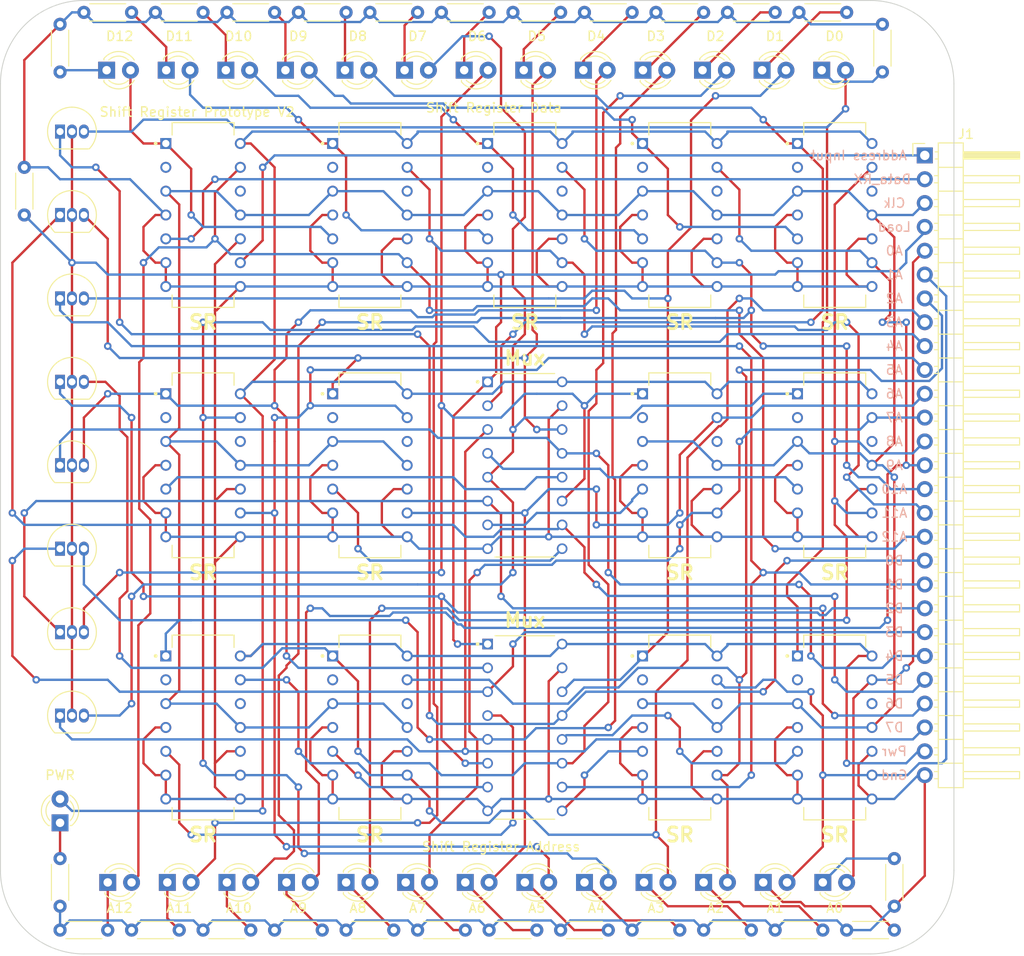
<source format=kicad_pcb>
(kicad_pcb (version 20211014) (generator pcbnew)
  (title_block (date "2025-06-05") (rev "V2"))
  (layers (0 "F.Cu" signal) (31 "B.Cu" signal) (34 "B.Paste" user) (35 "F.Paste" user) (36 "B.SilkS" user "B.Silkscreen") (37 "F.SilkS" user "F.Silkscreen") (38 "B.Mask" user) (39 "F.Mask" user) (44 "Edge.Cuts" user))
  (net 0 "")
  (net 1 "Net-(D1-Pad1)")
  (net 2 "Net-(D2-Pad1)")
  (net 3 "Net-(D2-Pad2)")
  (net 4 "Net-(D3-Pad1)")
  (net 5 "Net-(D4-Pad1)")
  (net 6 "Net-(D4-Pad2)")
  (net 7 "Net-(D5-Pad1)")
  (net 8 "Net-(D6-Pad1)")
  (net 9 "Net-(D6-Pad2)")
  (net 10 "Net-(D7-Pad1)")
  (net 11 "Net-(D8-Pad1)")
  (net 12 "Net-(D9-Pad1)")
  (net 13 "Net-(D10-Pad1)")
  (net 14 "Net-(D11-Pad1)")
  (net 15 "Net-(D12-Pad1)")
  (net 16 "Net-(D13-Pad1)")
  (net 17 "Net-(D14-Pad1)")
  (net 18 "Net-(D15-Pad1)")
  (net 19 "Net-(D16-Pad1)")
  (net 20 "Net-(D17-Pad1)")
  (net 21 "Net-(D18-Pad1)")
  (net 22 "Net-(D19-Pad1)")
  (net 23 "Net-(D20-Pad1)")
  (net 24 "Net-(D21-Pad1)")
  (net 25 "pwr")
  (net 26 "Net-(D22-Pad1)")
  (net 27 "Net-(D23-Pad1)")
  (net 28 "/data8_ff")
  (net 29 "Net-(D24-Pad1)")
  (net 30 "Net-(D25-Pad1)")
  (net 31 "/data7_ff")
  (net 32 "Net-(D26-Pad1)")
  (net 33 "Net-(D27-Pad1)")
  (net 34 "/data6_ff")
  (net 35 "/data5_ff")
  (net 36 "Net-(D8-Pad2)")
  (net 37 "/data4_ff")
  (net 38 "/data3_ff")
  (net 39 "/data2_ff")
  (net 40 "/data1_ff")
  (net 41 "/data0_ff")
  (net 42 "addr")
  (net 43 "load")
  (net 44 "clk")
  (net 56 "d7")
  (net 58 "data_rx")
  (net 59 "d6")
  (net 60 "A0")
  (net 61 "d5")
  (net 62 "d4")
  (net 68 "d3")
  (net 70 "A1")
  (net 71 "d2")
  (net 72 "A2")
  (net 73 "d1")
  (net 74 "d0")
  (net 77 "A3")
  (net 78 "A4")
  (net 79 "A5")
  (net 80 "A6")
  (net 81 "A7")
  (net 82 "A8")
  (net 83 "A9")
  (net 84 "A10")
  (net 85 "A11")
  (net 86 "A12")
  (net 87 "D0")
  (net 88 "D1")
  (net 89 "D2")
  (net 90 "D3")
  (net 91 "D4")
  (net 92 "D5")
  (net 93 "D6")
  (net 94 "D7")
  (net 95 "gnd")
  (footprint "Package_TO_SOT_THT:TO-92_Inline" (layer "F.Cu") (at 112.395 73.21)
    (fp_text reference "Q7" hide)
    (fp_text value "BC558")
  )
  (footprint "CD4013BE:DIP794W45P254L1969H508Q14" (layer "F.Cu") (at 178.435 64.32)
    (fp_text reference "U4" hide)
    (fp_text value "CD4013BE")
  )
  (footprint "Package_TO_SOT_THT:TO-92_Inline" (layer "F.Cu") (at 112.395 90.99)
    (fp_text reference "Q4" hide)
    (fp_text value "BC558")
  )
  (footprint "LED_THT:LED_D3.0mm_red" (layer "F.Cu") (at 149.108465 48.89)
    (fp_text reference "D12" hide)
    (fp_text value "LED")
  )
  (footprint "LED_THT:LED_D3.0mm_red" (layer "F.Cu") (at 161.808465 48.89)
    (fp_text reference "D16" hide)
    (fp_text value "LED")
  )
  (footprint "CD4013BE:DIP794W45P254L1969H508Q14" (layer "F.Cu") (at 178.435 90.99)
    (fp_text reference "U7" hide)
    (fp_text value "CD4013BE")
  )
  (footprint "CD4013BE:DIP794W45P254L1969H508Q14" (layer "F.Cu") (at 127.635 90.99)
    (fp_text reference "U10" hide)
    (fp_text value "CD4013BE")
  )
  (footprint "Resistor_THT:R_Axial_DIN0204_L3.6mm_D1.6mm_P5.08mm_Horizontal" (layer "F.Cu") (at 142.875 140.52)
    (fp_text reference "R11" hide)
    (fp_text value "R_US")
  )
  (footprint "LED_THT:LED_D3.0mm_red" (layer "F.Cu") (at 180.858465 48.89)
    (fp_text reference "D22" hide)
    (fp_text value "LED")
  )
  (footprint "Resistor_THT:R_Axial_DIN0204_L3.6mm_D1.6mm_P5.08mm_Horizontal" (layer "F.Cu") (at 137.795 42.73)
    (fp_text reference "R10" hide)
    (fp_text value "R_US")
  )
  (footprint "LED_THT:LED_D3.0mm_green" (layer "F.Cu") (at 136.525 135.44)
    (fp_text reference "D9" hide)
    (fp_text value "LED")
  )
  (footprint "Resistor_THT:R_Axial_DIN0204_L3.6mm_D1.6mm_P5.08mm_Horizontal" (layer "F.Cu") (at 122.555 42.73)
    (fp_text reference "R6" hide)
    (fp_text value "R_US")
  )
  (footprint "LED_THT:LED_D3.0mm_green" (layer "F.Cu") (at 174.625 135.44)
    (fp_text reference "D21" hide)
    (fp_text value "LED")
  )
  (footprint "Resistor_THT:R_Axial_DIN0204_L3.6mm_D1.6mm_P5.08mm_Horizontal" (layer "F.Cu") (at 120.015 140.52)
    (fp_text reference "R5" hide)
    (fp_text value "R_US")
  )
  (footprint "Package_TO_SOT_THT:TO-92_Inline" (layer "F.Cu") (at 112.395 117.66)
    (fp_text reference "Q1" hide)
    (fp_text value "BC558")
  )
  (footprint "Resistor_THT:R_Axial_DIN0204_L3.6mm_D1.6mm_P5.08mm_Horizontal" (layer "F.Cu") (at 112.395 137.98 90)
    (fp_text reference "R1" hide)
    (fp_text value "R_US")
  )
  (footprint "LED_THT:LED_D3.0mm_green" (layer "F.Cu") (at 123.825 135.44)
    (fp_text reference "D5" hide)
    (fp_text value "LED")
  )
  (footprint "LED_THT:LED_D3.0mm_green" (layer "F.Cu") (at 117.475 135.44)
    (fp_text reference "D3" hide)
    (fp_text value "LED")
  )
  (footprint "CD4013BE:DIP794W45P254L1969H508Q14" (layer "F.Cu") (at 127.635 64.32)
    (fp_text reference "U1" hide)
    (fp_text value "CD4013BE")
  )
  (footprint "Resistor_THT:R_Axial_DIN0204_L3.6mm_D1.6mm_P5.08mm_Horizontal" (layer "F.Cu") (at 201.295 137.98 90)
    (fp_text reference "R27" hide)
    (fp_text value "R_US")
  )
  (footprint "Resistor_THT:R_Axial_DIN0204_L3.6mm_D1.6mm_P5.08mm_Horizontal" (layer "F.Cu") (at 112.395 44 -90)
    (fp_text reference "R2" hide)
    (fp_text value "R_US")
  )
  (footprint "CD4013BE:DIP794W45P254L1969H508Q14" (layer "F.Cu") (at 145.415 118.93)
    (fp_text reference "U12" hide)
    (fp_text value "CD4013BE")
  )
  (footprint "LED_THT:LED_D3.0mm_red" (layer "F.Cu") (at 123.708465 48.89)
    (fp_text reference "D4" hide)
    (fp_text value "LED")
  )
  (footprint "Mux:DIP794W45P254L1969H508Q16" (layer "F.Cu") (at 161.925 90.99)
    (fp_text reference "U8" hide)
    (fp_text value "SN74HCT257N")
  )
  (footprint "LED_THT:LED_D3.0mm_red" (layer "F.Cu") (at 142.758465 48.89)
    (fp_text reference "D10" hide)
    (fp_text value "LED")
  )
  (footprint "CD4013BE:DIP794W45P254L1969H508Q14" (layer "F.Cu") (at 194.945 118.93)
    (fp_text reference "U15" hide)
    (fp_text value "CD4013BE")
  )
  (footprint "LED_THT:LED_D3.0mm_green" (layer "F.Cu") (at 130.175 135.44)
    (fp_text reference "D7" hide)
    (fp_text value "LED")
  )
  (footprint "LED_THT:LED_D3.0mm_red" (layer "F.Cu") (at 193.558465 48.89)
    (fp_text reference "D26" hide)
    (fp_text value "LED")
  )
  (footprint "LED_THT:LED_D3.0mm_green" (layer "F.Cu") (at 149.225 135.44)
    (fp_text reference "D13" hide)
    (fp_text value "LED")
  )
  (footprint "Resistor_THT:R_Axial_DIN0204_L3.6mm_D1.6mm_P5.08mm_Horizontal" (layer "F.Cu") (at 191.135 42.73)
    (fp_text reference "R24" hide)
    (fp_text value "R_US")
  )
  (footprint "Resistor_THT:R_Axial_DIN0204_L3.6mm_D1.6mm_P5.08mm_Horizontal" (layer "F.Cu") (at 175.895 42.73)
    (fp_text reference "R20" hide)
    (fp_text value "R_US")
  )
  (footprint "LED_THT:LED_D3.0mm_red" (layer "F.Cu") (at 136.408465 48.89)
    (fp_text reference "D8" hide)
    (fp_text value "LED")
  )
  (footprint "LED_THT:LED_D3.0mm_green" (layer "F.Cu") (at 180.975 135.44)
    (fp_text reference "D23" hide)
    (fp_text value "LED")
  )
  (footprint "LED_THT:LED_D3.0mm_green" (layer "F.Cu") (at 193.675 135.44)
    (fp_text reference "D27" hide)
    (fp_text value "LED")
  )
  (footprint "Package_TO_SOT_THT:TO-92_Inline" (layer "F.Cu") (at 112.395 55.43)
    (fp_text reference "Q8" hide)
    (fp_text value "BC558")
  )
  (footprint "Resistor_THT:R_Axial_DIN0204_L3.6mm_D1.6mm_P5.08mm_Horizontal" (layer "F.Cu") (at 200.025 44 -90)
    (fp_text reference "R26" hide)
    (fp_text value "R_US")
  )
  (footprint "CD4013BE:DIP794W45P254L1969H508Q14" (layer "F.Cu") (at 127.635 118.93)
    (fp_text reference "U11" hide)
    (fp_text value "CD4013BE")
  )
  (footprint "Package_TO_SOT_THT:TO-92_Inline" (layer "F.Cu") (at 112.395 64.32)
    (fp_text reference "Q3" hide)
    (fp_text value "BC558")
  )
  (footprint "LED_THT:LED_D3.0mm_red" (layer "F.Cu") (at 168.158465 48.89)
    (fp_text reference "D18" hide)
    (fp_text value "LED")
  )
  (footprint "Resistor_THT:R_Axial_DIN0204_L3.6mm_D1.6mm_P5.08mm_Horizontal" (layer "F.Cu") (at 112.395 140.52)
    (fp_text reference "R3" hide)
    (fp_text value "R_US")
  )
  (footprint "Resistor_THT:R_Axial_DIN0204_L3.6mm_D1.6mm_P5.08mm_Horizontal" (layer "F.Cu") (at 168.275 42.73)
    (fp_text reference "R18" hide)
    (fp_text value "R_US")
  )
  (footprint "Resistor_THT:R_Axial_DIN0204_L3.6mm_D1.6mm_P5.08mm_Horizontal" (layer "F.Cu") (at 160.655 42.73)
    (fp_text reference "R16" hide)
    (fp_text value "R_US")
  )
  (footprint "CD4013BE:DIP794W45P254L1969H508Q14" (layer "F.Cu") (at 161.925 64.32)
    (fp_text reference "U3" hide)
    (fp_text value "CD4013BE")
  )
  (footprint "Resistor_THT:R_Axial_DIN0204_L3.6mm_D1.6mm_P5.08mm_Horizontal" (layer "F.Cu") (at 188.595 140.52)
    (fp_text reference "R23" hide)
    (fp_text value "R_US")
  )
  (footprint "CD4013BE:DIP794W45P254L1969H508Q14" (layer "F.Cu") (at 178.435 118.93)
    (fp_text reference "U14" hide)
    (fp_text value "CD4013BE")
  )
  (footprint "Resistor_THT:R_Axial_DIN0204_L3.6mm_D1.6mm_P5.08mm_Horizontal" (layer "F.Cu") (at 135.255 140.52)
    (fp_text reference "R9" hide)
    (fp_text value "R_US")
  )
  (footprint "CD4013BE:DIP794W45P254L1969H508Q14" (layer "F.Cu") (at 145.415 90.99)
    (fp_text reference "U9" hide)
    (fp_text value "CD4013BE")
  )
  (footprint "LED_THT:LED_D3.0mm_red" (layer "F.Cu") (at 117.358465 48.89)
    (fp_text reference "D2" hide)
    (fp_text value "LED")
  )
  (footprint "Resistor_THT:R_Axial_DIN0204_L3.6mm_D1.6mm_P5.08mm_Horizontal" (layer "F.Cu") (at 114.935 42.73)
    (fp_text reference "R4" hide)
    (fp_text value "R_US")
  )
  (footprint "Package_TO_SOT_THT:TO-92_Inline" (layer "F.Cu") (at 112.395 108.77)
    (fp_text reference "Q2" hide)
    (fp_text value "BC558")
  )
  (footprint "Resistor_THT:R_Axial_DIN0204_L3.6mm_D1.6mm_P5.08mm_Horizontal" (layer "F.Cu") (at 183.515 42.73)
    (fp_text reference "R22" hide)
    (fp_text value "R_US")
  )
  (footprint "Mux:DIP794W45P254L1969H508Q16" (layer "F.Cu") (at 161.925 118.93)
    (fp_text reference "U13" hide)
    (fp_text value "SN74HCT257N")
  )
  (footprint "LED_THT:LED_D3.0mm_red" (layer "F.Cu") (at 130.058465 48.89)
    (fp_text reference "D6" hide)
    (fp_text value "LED")
  )
  (footprint "Resistor_THT:R_Axial_DIN0204_L3.6mm_D1.6mm_P5.08mm_Horizontal" (layer "F.Cu") (at 108.585 64.32 90)
    (fp_text reference "R28" hide)
    (fp_text value "R_US")
  )
  (footprint "LED_THT:LED_D3.0mm_red" (layer "F.Cu") (at 187.208465 48.89)
    (fp_text reference "D24" hide)
    (fp_text value "LED")
  )
  (footprint "Resistor_THT:R_Axial_DIN0204_L3.6mm_D1.6mm_P5.08mm_Horizontal" (layer "F.Cu") (at 127.635 140.52)
    (fp_text reference "R7" hide)
    (fp_text value "R_US")
  )
  (footprint "Connector_PinHeader_2.54mm:PinHeader_1x27_P2.54mm_Horizontal" (layer "F.Cu") (at 204.54 57.97)
    (fp_text reference "J1")
    (fp_text value "Conn_01x27")
  )
  (footprint "Package_TO_SOT_THT:TO-92_Inline" (layer "F.Cu") (at 112.395 99.88)
    (fp_text reference "Q5" hide)
    (fp_text value "BC558")
  )
  (footprint "LED_THT:LED_D3.0mm_red" (layer "F.Cu") (at 155.458465 48.89)
    (fp_text reference "D14" hide)
    (fp_text value "LED")
  )
  (footprint "Resistor_THT:R_Axial_DIN0204_L3.6mm_D1.6mm_P5.08mm_Horizontal" (layer "F.Cu") (at 150.495 140.52)
    (fp_text reference "R13" hide)
    (fp_text value "R_US")
  )
  (footprint "Resistor_THT:R_Axial_DIN0204_L3.6mm_D1.6mm_P5.08mm_Horizontal" (layer "F.Cu") (at 145.415 42.73)
    (fp_text reference "R12" hide)
    (fp_text value "R_US")
  )
  (footprint "LED_THT:LED_D3.0mm_white" (layer "F.Cu") (at 112.395 129.09 90)
    (fp_text reference "D1" hide)
    (fp_text value "LED")
  )
  (footprint "CD4013BE:DIP794W45P254L1969H508Q14" (layer "F.Cu") (at 145.415 64.32)
    (fp_text reference "U2" hide)
    (fp_text value "CD4013BE")
  )
  (footprint "Resistor_THT:R_Axial_DIN0204_L3.6mm_D1.6mm_P5.08mm_Horizontal" (layer "F.Cu") (at 153.035 42.73)
    (fp_text reference "R14" hide)
    (fp_text value "R_US")
  )
  (footprint "CD4013BE:DIP794W45P254L1969H508Q14" (layer "F.Cu") (at 194.945 64.32)
    (fp_text reference "U5" hide)
    (fp_text value "CD4013BE")
  )
  (footprint "Resistor_THT:R_Axial_DIN0204_L3.6mm_D1.6mm_P5.08mm_Horizontal" (layer "F.Cu") (at 165.735 140.52)
    (fp_text reference "R17" hide)
    (fp_text value "R_US")
  )
  (footprint "LED_THT:LED_D3.0mm_green" (layer "F.Cu") (at 187.325 135.44)
    (fp_text reference "D25" hide)
    (fp_text value "LED")
  )
  (footprint "LED_THT:LED_D3.0mm_green" (layer "F.Cu") (at 161.925 135.44)
    (fp_text reference "D17" hide)
    (fp_text value "LED")
  )
  (footprint "Resistor_THT:R_Axial_DIN0204_L3.6mm_D1.6mm_P5.08mm_Horizontal" (layer "F.Cu") (at 130.175 42.73)
    (fp_text reference "R8" hide)
    (fp_text value "R_US")
  )
  (footprint "CD4013BE:DIP794W45P254L1969H508Q14" (layer "F.Cu") (at 194.945 90.99)
    (fp_text reference "U6" hide)
    (fp_text value "CD4013BE")
  )
  (footprint "Resistor_THT:R_Axial_DIN0204_L3.6mm_D1.6mm_P5.08mm_Horizontal" (layer "F.Cu") (at 173.355 140.52)
    (fp_text reference "R19" hide)
    (fp_text value "R_US")
  )
  (footprint "Resistor_THT:R_Axial_DIN0204_L3.6mm_D1.6mm_P5.08mm_Horizontal" (layer "F.Cu") (at 158.115 140.52)
    (fp_text reference "R15" hide)
    (fp_text value "R_US")
  )
  (footprint "LED_THT:LED_D3.0mm_red" (layer "F.Cu") (at 174.508465 48.89)
    (fp_text reference "D20" hide)
    (fp_text value "LED")
  )
  (footprint "LED_THT:LED_D3.0mm_green" (layer "F.Cu") (at 168.275 135.44)
    (fp_text reference "D19" hide)
    (fp_text value "LED")
  )
  (footprint "Resistor_THT:R_Axial_DIN0204_L3.6mm_D1.6mm_P5.08mm_Horizontal" (layer "F.Cu") (at 196.215 140.52)
    (fp_text reference "R25" hide)
    (fp_text value "R_US")
  )
  (footprint "Package_TO_SOT_THT:TO-92_Inline" (layer "F.Cu") (at 112.395 82.1)
    (fp_text reference "Q6" hide)
    (fp_text value "BC558")
  )
  (footprint "LED_THT:LED_D3.0mm_green" (layer "F.Cu") (at 142.875 135.44)
    (fp_text reference "D11" hide)
    (fp_text value "LED")
  )
  (footprint "LED_THT:LED_D3.0mm_green" (layer "F.Cu") (at 155.575 135.44)
    (fp_text reference "D15" hide)
    (fp_text value "LED")
  )
  (footprint "Resistor_THT:R_Axial_DIN0204_L3.6mm_D1.6mm_P5.08mm_Horizontal" (layer "F.Cu") (at 180.975 140.52)
    (fp_text reference "R21" hide)
    (fp_text value "R_US")
  )
  (gr_arc (start 106.045 50.35) (mid 108.648821 44.063821) (end 114.935 41.46) (layer "Edge.Cuts") (width 0.1))
  (gr_line (start 207.645 50.35) (end 207.645001 134.170001) (layer "Edge.Cuts") (width 0.1))
  (gr_arc (start 207.645001 134.170001) (mid 205.04118 140.45618) (end 198.755001 143.060001) (layer "Edge.Cuts") (width 0.1))
  (gr_line (start 114.935 41.46) (end 198.755 41.46) (layer "Edge.Cuts") (width 0.1))
  (gr_line (start 106.045 134.17) (end 106.045 50.35) (layer "Edge.Cuts") (width 0.1))
  (gr_line (start 198.755001 143.060001) (end 114.935 143.06) (layer "Edge.Cuts") (width 0.1))
  (gr_arc (start 114.935 143.06) (mid 108.648821 140.456179) (end 106.045 134.17) (layer "Edge.Cuts") (width 0.1))
  (gr_arc (start 198.755 41.46) (mid 205.041179 44.063821) (end 207.645 50.35) (layer "Edge.Cuts") (width 0.1))
  (gr_text "Data_RX" (at 200.025 60.51) (layer "B.SilkS") (effects (font (size 1 1)) (justify mirror)))
  (gr_text "D1" (at 201.295 103.69) (layer "B.SilkS") (effects (font (size 1 1)) (justify mirror)))
  (gr_text "D5" (at 201.295 113.85) (layer "B.SilkS") (effects (font (size 1 1)) (justify mirror)))
  (gr_text "A1" (at 201.295 70.67) (layer "B.SilkS") (effects (font (size 1 1)) (justify mirror)))
  (gr_text "A12" (at 201.295 98.61) (layer "B.SilkS") (effects (font (size 1 1)) (justify mirror)))
  (gr_text "A8" (at 201.295 88.45) (layer "B.SilkS") (effects (font (size 1 1)) (justify mirror)))
  (gr_text "A4" (at 201.295 78.29) (layer "B.SilkS") (effects (font (size 1 1)) (justify mirror)))
  (gr_text "A5" (at 201.295 80.83) (layer "B.SilkS") (effects (font (size 1 1)) (justify mirror)))
  (gr_text "D2" (at 201.295 106.23) (layer "B.SilkS") (effects (font (size 1 1)) (justify mirror)))
  (gr_text "D0" (at 201.295 101.15) (layer "B.SilkS") (effects (font (size 1 1)) (justify mirror)))
  (gr_text "Address Input" (at 197.485 57.97) (layer "B.SilkS") (effects (font (size 1 1)) (justify mirror)))
  (gr_text "A9" (at 201.295 90.99) (layer "B.SilkS") (effects (font (size 1 1)) (justify mirror)))
  (gr_text "A3" (at 201.295 75.75) (layer "B.SilkS") (effects (font (size 1 1)) (justify mirror)))
  (gr_text "Clk" (at 201.295 63.05) (layer "B.SilkS") (effects (font (size 1 1)) (justify mirror)))
  (gr_text "Load" (at 201.295 65.59) (layer "B.SilkS") (effects (font (size 1 1)) (justify mirror)))
  (gr_text "D6" (at 201.295 116.39) (layer "B.SilkS") (effects (font (size 1 1)) (justify mirror)))
  (gr_text "D3" (at 201.295 108.77) (layer "B.SilkS") (effects (font (size 1 1)) (justify mirror)))
  (gr_text "A11" (at 201.295 96.07) (layer "B.SilkS") (effects (font (size 1 1)) (justify mirror)))
  (gr_text "Pwr" (at 201.295 121.47) (layer "B.SilkS") (effects (font (size 1 1)) (justify mirror)))
  (gr_text "A6" (at 201.295 83.37) (layer "B.SilkS") (effects (font (size 1 1)) (justify mirror)))
  (gr_text "A0" (at 201.295 68.13) (layer "B.SilkS") (effects (font (size 1 1)) (justify mirror)))
  (gr_text "D7" (at 201.295 118.93) (layer "B.SilkS") (effects (font (size 1 1)) (justify mirror)))
  (gr_text "A7" (at 201.295 85.91) (layer "B.SilkS") (effects (font (size 1 1)) (justify mirror)))
  (gr_text "A2" (at 201.295 73.21) (layer "B.SilkS") (effects (font (size 1 1)) (justify mirror)))
  (gr_text "Gnd" (at 201.295 124.01) (layer "B.SilkS") (effects (font (size 1 1)) (justify mirror)))
  (gr_text "D4" (at 201.295 111.31) (layer "B.SilkS") (effects (font (size 1 1)) (justify mirror)))
  (gr_text "A10" (at 201.295 93.53) (layer "B.SilkS") (effects (font (size 1 1)) (justify mirror)))
  (gr_text "A2" (at 182.245 138.17) (layer "F.SilkS") (effects (font (size 1 1))))
  (gr_text "SR" (at 178.435 102.42) (layer "F.SilkS") (effects (font (size 1.5 1.5) (thickness 0.3))))
  (gr_text "A8" (at 144.145 138.17) (layer "F.SilkS") (effects (font (size 1 1))))
  (gr_text "A3" (at 175.895 138.17) (layer "F.SilkS") (effects (font (size 1 1))))
  (gr_text "D3" (at 175.874952 45.27) (layer "F.SilkS") (effects (font (size 1 1))))
  (gr_text "SR" (at 178.435 130.36) (layer "F.SilkS") (effects (font (size 1.5 1.5) (thickness 0.3))))
  (gr_text "SR" (at 178.435 75.75) (layer "F.SilkS") (effects (font (size 1.5 1.5) (thickness 0.3))))
  (gr_text "SR" (at 127.635 102.42) (layer "F.SilkS") (effects (font (size 1.5 1.5) (thickness 0.3))))
  (gr_text "A1" (at 188.595 138.17) (layer "F.SilkS") (effects (font (size 1 1))))
  (gr_text "PWR" (at 112.395 124.01) (layer "F.SilkS") (effects (font (size 1 1))))
  (gr_text "Shift Register Prototype V2" (at 127 53.34) (layer "F.SilkS") (effects (font (size 1 1))))
  (gr_text "A10" (at 131.445 138.17) (layer "F.SilkS") (effects (font (size 1 1))))
  (gr_text "D2" (at 182.224952 45.27) (layer "F.SilkS") (effects (font (size 1 1))))
  (gr_text "Mux" (at 161.925 79.56) (layer "F.SilkS") (effects (font (size 1.5 1.5) (thickness 0.3))))
  (gr_text "A5" (at 163.195 138.17) (layer "F.SilkS") (effects (font (size 1 1))))
  (gr_text "SR" (at 127.635 75.75) (layer "F.SilkS") (effects (font (size 1.5 1.5) (thickness 0.3))))
  (gr_text "D4" (at 169.524952 45.27) (layer "F.SilkS") (effects (font (size 1 1))))
  (gr_text "A11" (at 125.095 138.17) (layer "F.SilkS") (effects (font (size 1 1))))
  (gr_text "D8" (at 144.124952 45.27) (layer "F.SilkS") (effects (font (size 1 1))))
  (gr_text "SR" (at 161.925 75.75) (layer "F.SilkS") (effects (font (size 1.5 1.5) (thickness 0.3))))
  (gr_text "D9" (at 137.774952 45.27) (layer "F.SilkS") (effects (font (size 1 1))))
  (gr_text "Shift Register Address" (at 159.385 131.63) (layer "F.SilkS") (effects (font (size 1 1))))
  (gr_text "SR" (at 194.945 102.42) (layer "F.SilkS") (effects (font (size 1.5 1.5) (thickness 0.3))))
  (gr_text "Shift Register Data" (at 158.625 52.89) (layer "F.SilkS") (effects (font (size 1 1))))
  (gr_text "Mux" (at 161.925 107.5) (layer "F.SilkS") (effects (font (size 1.5 1.5) (thickness 0.3))))
  (gr_text "SR" (at 194.945 130.36) (layer "F.SilkS") (effects (font (size 1.5 1.5) (thickness 0.3))))
  (gr_text "SR" (at 127.635 130.36) (layer "F.SilkS") (effects (font (size 1.5 1.5) (thickness 0.3))))
  (gr_text "A7" (at 150.495 138.17) (layer "F.SilkS") (effects (font (size 1 1))))
  (gr_text "D0" (at 194.924952 45.27) (layer "F.SilkS") (effects (font (size 1 1))))
  (gr_text "A6" (at 156.845 138.17) (layer "F.SilkS") (effects (font (size 1 1))))
  (gr_text "D6" (at 156.824952 45.27) (layer "F.SilkS") (effects (font (size 1 1))))
  (gr_text "D5" (at 163.195 45.27) (layer "F.SilkS") (effects (font (size 1 1))))
  (gr_text "D10" (at 131.424952 45.27) (layer "F.SilkS") (effects (font (size 1 1))))
  (gr_text "SR" (at 145.415 102.42) (layer "F.SilkS") (effects (font (size 1.5 1.5) (thickness 0.3))))
  (gr_text "A9" (at 137.795 138.17) (layer "F.SilkS") (effects (font (size 1 1))))
  (gr_text "SR" (at 145.415 130.36) (layer "F.SilkS") (effects (font (size 1.5 1.5) (thickness 0.3))))
  (gr_text "SR" (at 145.415 75.75) (layer "F.SilkS") (effects (font (size 1.5 1.5) (thickness 0.3))))
  (gr_text "D1" (at 188.574952 45.27) (layer "F.SilkS") (effects (font (size 1 1))))
  (gr_text "D12" (at 118.745 45.27) (layer "F.SilkS") (effects (font (size 1 1))))
  (gr_text "D11" (at 125.095 45.27) (layer "F.SilkS") (effects (font (size 1 1))))
  (gr_text "D7" (at 150.474952 45.27) (layer "F.SilkS") (effects (font (size 1 1))))
  (gr_text "SR" (at 194.945 75.75) (layer "F.SilkS") (effects (font (size 1.5 1.5) (thickness 0.3))))
  (gr_text "A4" (at 169.545 138.17) (layer "F.SilkS") (effects (font (size 1 1))))
  (gr_text "A12" (at 118.745 138.17) (layer "F.SilkS") (effects (font (size 1 1))))
  (gr_text "A0" (at 194.945 138.17) (layer "F.SilkS") (effects (font (size 1 1))))
  (segment (start 112.395 129.09) (end 112.395 132.9) (width 0.25) (layer "F.Cu") (net 1))
  (segment (start 112.585 48.89) (end 112.395 49.08) (width 0.25) (layer "B.Cu") (net 2))
  (segment (start 117.358465 48.89) (end 112.585 48.89) (width 0.25) (layer "B.Cu") (net 2))
  (segment (start 126.365 59.4) (end 123.665 56.7) (width 0.25) (layer "F.Cu") (net 3))
  (segment (start 121.285 56.7) (end 119.898465 55.313465) (width 0.25) (layer "F.Cu") (net 3))
  (segment (start 119.898465 55.313465) (end 119.898465 48.89) (width 0.25) (layer "F.Cu") (net 3))
  (segment (start 126.365 64.32) (end 126.365 59.4) (width 0.25) (layer "F.Cu") (net 3))
  (segment (start 123.665 56.7) (end 121.285 56.7) (width 0.25) (layer "F.Cu") (net 3))
  (via (at 126.365 64.32) (size 0.8) (drill 0.4) (layers "F.Cu" "B.Cu") (net 3))
  (segment (start 126.365 64.32) (end 127.635 65.59) (width 0.25) (layer "B.Cu") (net 3))
  (segment (start 140.175 65.59) (end 141.445 66.86) (width 0.25) (layer "B.Cu") (net 3))
  (segment (start 127.635 65.59) (end 140.175 65.59) (width 0.25) (layer "B.Cu") (net 3))
  (segment (start 117.475 135.44) (end 117.475 140.52) (width 0.25) (layer "F.Cu") (net 4))
  (segment (start 123.708465 46.423465) (end 120.015 42.73) (width 0.25) (layer "F.Cu") (net 5))
  (segment (start 123.708465 48.89) (end 123.708465 46.423465) (width 0.25) (layer "F.Cu") (net 5))
  (segment (start 142.875 58.13) (end 141.445 56.7) (width 0.25) (layer "F.Cu") (net 6))
  (segment (start 142.875 64.32) (end 142.875 58.13) (width 0.25) (layer "F.Cu") (net 6))
  (segment (start 140.335 56.7) (end 137.795 54.16) (width 0.25) (layer "F.Cu") (net 6))
  (segment (start 141.445 56.7) (end 140.335 56.7) (width 0.25) (layer "F.Cu") (net 6))
  (via (at 142.875 64.32) (size 0.8) (drill 0.4) (layers "F.Cu" "B.Cu") (net 6))
  (via (at 137.795 54.16) (size 0.8) (drill 0.4) (layers "F.Cu" "B.Cu") (net 6))
  (segment (start 127.635 52.89) (end 126.248465 51.503465) (width 0.25) (layer "B.Cu") (net 6))
  (segment (start 126.248465 51.503465) (end 126.248465 48.89) (width 0.25) (layer "B.Cu") (net 6))
  (segment (start 157.045 65.95) (end 144.505 65.95) (width 0.25) (layer "B.Cu") (net 6))
  (segment (start 137.795 54.16) (end 136.525 52.89) (width 0.25) (layer "B.Cu") (net 6))
  (segment (start 144.505 65.95) (end 142.875 64.32) (width 0.25) (layer "B.Cu") (net 6))
  (segment (start 157.955 66.86) (end 157.045 65.95) (width 0.25) (layer "B.Cu") (net 6))
  (segment (start 136.525 52.89) (end 127.635 52.89) (width 0.25) (layer "B.Cu") (net 6))
  (segment (start 123.825 135.44) (end 123.825 139.25) (width 0.25) (layer "F.Cu") (net 7))
  (segment (start 123.825 139.25) (end 125.095 140.52) (width 0.25) (layer "F.Cu") (net 7))
  (segment (start 130.058465 45.153465) (end 127.635 42.73) (width 0.25) (layer "F.Cu") (net 8))
  (segment (start 130.058465 48.89) (end 130.058465 45.153465) (width 0.25) (layer "F.Cu") (net 8))
  (segment (start 157.955 56.7) (end 156.845 56.7) (width 0.25) (layer "F.Cu") (net 9))
  (segment (start 160.655 64.32) (end 160.655 59.4) (width 0.25) (layer "F.Cu") (net 9))
  (segment (start 160.655 59.4) (end 157.955 56.7) (width 0.25) (layer "F.Cu") (net 9))
  (segment (start 156.845 56.7) (end 154.305 54.16) (width 0.25) (layer "F.Cu") (net 9))
  (via (at 154.305 54.16) (size 0.8) (drill 0.4) (layers "F.Cu" "B.Cu") (net 9))
  (via (at 160.655 64.32) (size 0.8) (drill 0.4) (layers "F.Cu" "B.Cu") (net 9))
  (segment (start 162.285 65.95) (end 160.655 64.32) (width 0.25) (layer "B.Cu") (net 9))
  (segment (start 135.328465 51.62) (end 132.598465 48.89) (width 0.25) (layer "B.Cu") (net 9))
  (segment (start 174.465 66.86) (end 173.555 65.95) (width 0.25) (layer "B.Cu") (net 9))
  (segment (start 154.305 54.16) (end 153.035 52.89) (width 0.25) (layer "B.Cu") (net 9))
  (segment (start 153.035 52.89) (end 139.065 52.89) (width 0.25) (layer "B.Cu") (net 9))
  (segment (start 173.555 65.95) (end 162.285 65.95) (width 0.25) (layer "B.Cu") (net 9))
  (segment (start 137.795 51.62) (end 135.328465 51.62) (width 0.25) (layer "B.Cu") (net 9))
  (segment (start 139.065 52.89) (end 137.795 51.62) (width 0.25) (layer "B.Cu") (net 9))
  (segment (start 130.175 135.44) (end 130.175 137.98) (width 0.25) (layer "F.Cu") (net 10))
  (segment (start 130.175 137.98) (end 132.715 140.52) (width 0.25) (layer "F.Cu") (net 10))
  (segment (start 136.408465 48.89) (end 136.408465 43.883465) (width 0.25) (layer "F.Cu") (net 11))
  (segment (start 136.408465 43.883465) (end 135.255 42.73) (width 0.25) (layer "F.Cu") (net 11))
  (segment (start 136.525 136.71) (end 140.335 140.52) (width 0.25) (layer "F.Cu") (net 12))
  (segment (start 136.525 135.44) (end 136.525 136.71) (width 0.25) (layer "F.Cu") (net 12))
  (segment (start 142.758465 42.846535) (end 142.875 42.73) (width 0.25) (layer "F.Cu") (net 13))
  (segment (start 142.758465 48.89) (end 142.758465 42.846535) (width 0.25) (layer "F.Cu") (net 13))
  (segment (start 142.875 135.44) (end 147.955 140.52) (width 0.25) (layer "F.Cu") (net 14))
  (segment (start 149.108465 48.89) (end 149.108465 44.116535) (width 0.25) (layer "F.Cu") (net 15))
  (segment (start 149.108465 44.116535) (end 150.495 42.73) (width 0.25) (layer "F.Cu") (net 15))
  (segment (start 149.225 135.44) (end 154.305 140.52) (width 0.25) (layer "F.Cu") (net 16))
  (segment (start 154.305 140.52) (end 155.575 140.52) (width 0.25) (layer "F.Cu") (net 16))
  (segment (start 155.458465 45.386535) (end 158.115 42.73) (width 0.25) (layer "F.Cu") (net 17))
  (segment (start 155.458465 48.89) (end 155.458465 45.386535) (width 0.25) (layer "F.Cu") (net 17))
  (segment (start 160.655 140.52) (end 163.195 140.52) (width 0.25) (layer "F.Cu") (net 18))
  (segment (start 155.575 135.44) (end 160.655 140.52) (width 0.25) (layer "F.Cu") (net 18))
  (segment (start 161.808465 48.89) (end 161.808465 46.656535) (width 0.25) (layer "F.Cu") (net 19))
  (segment (start 161.808465 46.656535) (end 165.735 42.73) (width 0.25) (layer "F.Cu") (net 19))
  (segment (start 161.925 135.44) (end 162.104569 135.44) (width 0.25) (layer "F.Cu") (net 20))
  (segment (start 162.104569 135.44) (end 167.184569 140.52) (width 0.25) (layer "F.Cu") (net 20))
  (segment (start 167.184569 140.52) (end 170.815 140.52) (width 0.25) (layer "F.Cu") (net 20))
  (segment (start 168.158465 48.89) (end 168.158465 47.926535) (width 0.25) (layer "F.Cu") (net 21))
  (segment (start 168.158465 47.926535) (end 173.355 42.73) (width 0.25) (layer "F.Cu") (net 21))
  (segment (start 168.275 135.44) (end 172.33 139.495) (width 0.25) (layer "F.Cu") (net 22))
  (segment (start 172.33 139.495) (end 177.41 139.495) (width 0.25) (layer "F.Cu") (net 22))
  (segment (start 177.41 139.495) (end 178.435 140.52) (width 0.25) (layer "F.Cu") (net 22))
  (segment (start 174.508465 48.89) (end 174.815 48.89) (width 0.25) (layer "F.Cu") (net 23))
  (segment (start 174.815 48.89) (end 180.975 42.73) (width 0.25) (layer "F.Cu") (net 23))
  (segment (start 174.625 135.44) (end 177.165 137.98) (width 0.25) (layer "F.Cu") (net 24))
  (segment (start 183.515 137.98) (end 186.055 140.52) (width 0.25) (layer "F.Cu") (net 24))
  (segment (start 177.165 137.98) (end 183.515 137.98) (width 0.25) (layer "F.Cu") (net 24))
  (segment (start 197.485 111.31) (end 196.215 112.58) (width 0.25) (layer "F.Cu") (net 25))
  (segment (start 133.985 85.75) (end 133.985 110.04) (width 0.25) (layer "F.Cu") (net 25))
  (segment (start 135.255 59.24) (end 135.255 79.72) (width 0.25) (layer "F.Cu") (net 25))
  (segment (start 198.915 111.31) (end 197.485 111.31) (width 0.25) (layer "F.Cu") (net 25))
  (segment (start 131.605 56.7) (end 132.715 56.7) (width 0.25) (layer "F.Cu") (net 25))
  (segment (start 132.715 56.7) (end 135.255 59.24) (width 0.25) (layer "F.Cu") (net 25))
  (segment (start 132.715 111.31) (end 131.605 111.31) (width 0.25) (layer "F.Cu") (net 25))
  (segment (start 135.255 79.72) (end 131.605 83.37) (width 0.25) (layer "F.Cu") (net 25))
  (segment (start 133.985 110.04) (end 132.715 111.31) (width 0.25) (layer "F.Cu") (net 25))
  (segment (start 131.605 83.37) (end 133.985 85.75) (width 0.25) (layer "F.Cu") (net 25))
  (segment (start 196.215 112.58) (end 196.215 122.74) (width 0.25) (layer "F.Cu") (net 25))
  (segment (start 133.985 127.82) (end 133.985 110.04) (width 0.25) (layer "F.Cu") (net 25))
  (via (at 196.215 122.74) (size 0.8) (drill 0.4) (layers "F.Cu" "B.Cu") (net 25))
  (via (at 133.985 127.82) (size 0.8) (drill 0.4) (layers "F.Cu" "B.Cu") (net 25))
  (segment (start 183.515 110.2) (end 183.515 110.04) (width 0.25) (layer "B.Cu") (net 25))
  (segment (start 164.625 111.31) (end 165.895 110.04) (width 0.25) (layer "B.Cu") (net 25))
  (segment (start 181.135 82.1) (end 165.895 82.1) (width 0.25) (layer "B.Cu") (net 25))
  (segment (start 150.495 55.43) (end 164.625 55.43) (width 0.25) (layer "B.Cu") (net 25))
  (segment (start 164.625 55.43) (end 165.895 56.7) (width 0.25) (layer "B.Cu") (net 25))
  (segment (start 197.645 55.43) (end 198.915 56.7) (width 0.25) (layer "B.Cu") (net 25))
  (segment (start 159.735 82.1) (end 165.895 82.1) (width 0.25) (layer "B.Cu") (net 25))
  (segment (start 167.005 55.43) (end 181.135 55.43) (width 0.25) (layer "B.Cu") (net 25))
  (segment (start 181.135 110.04) (end 182.405 111.31) (width 0.25) (layer "B.Cu") (net 25))
  (segment (start 131.605 111.31) (end 132.715 111.31) (width 0.25) (layer "B.Cu") (net 25))
  (segment (start 132.875 82.1) (end 131.605 83.37) (width 0.25) (layer "B.Cu") (net 25))
  (segment (start 149.385 83.37) (end 148.115 82.1) (width 0.25) (layer "B.Cu") (net 25))
  (segment (start 198.915 83.37) (end 197.645 82.1) (width 0.25) (layer "B.Cu") (net 25))
  (segment (start 165.895 56.7) (end 167.005 55.59) (width 0.25) (layer "B.Cu") (net 25))
  (segment (start 167.005 55.59) (end 167.005 55.43) (width 0.25) (layer "B.Cu") (net 25))
  (segment (start 202.565 122.74) (end 203.835 121.47) (width 0.25) (layer "B.Cu") (net 25))
  (segment (start 132.875 55.43) (end 148.115 55.43) (width 0.25) (layer "B.Cu") (net 25))
  (segment (start 183.675 82.1) (end 182.405 83.37) (width 0.25) (layer "B.Cu") (net 25))
  (segment (start 197.645 82.1) (end 183.675 82.1) (width 0.25) (layer "B.Cu") (net 25))
  (segment (start 149.385 83.37) (end 158.465 83.37) (width 0.25) (layer "B.Cu") (net 25))
  (segment (start 148.115 110.04) (end 149.385 111.31) (width 0.25) (layer "B.Cu") (net 25))
  (segment (start 182.405 56.7) (end 183.515 55.59) (width 0.25) (layer "B.Cu") (net 25))
  (segment (start 158.465 83.37) (end 159.735 82.1) (width 0.25) (layer "B.Cu") (net 25))
  (segment (start 131.605 56.7) (end 132.875 55.43) (width 0.25) (layer "B.Cu") (net 25))
  (segment (start 148.115 82.1) (end 132.875 82.1) (width 0.25) (layer "B.Cu") (net 25))
  (segment (start 183.515 55.43) (end 197.645 55.43) (width 0.25) (layer "B.Cu") (net 25))
  (segment (start 149.385 111.31) (end 164.625 111.31) (width 0.25) (layer "B.Cu") (net 25))
  (segment (start 133.985 110.04) (end 148.115 110.04) (width 0.25) (layer "B.Cu") (net 25))
  (segment (start 182.405 83.37) (end 181.135 82.1) (width 0.25) (layer "B.Cu") (net 25))
  (segment (start 133.985 127.82) (end 113.665 127.82) (width 0.25) (layer "B.Cu") (net 25))
  (segment (start 150.495 55.59) (end 150.495 55.43) (width 0.25) (layer "B.Cu") (net 25))
  (segment (start 183.515 110.04) (end 197.645 110.04) (width 0.25) (layer "B.Cu") (net 25))
  (segment (start 181.135 55.43) (end 182.405 56.7) (width 0.25) (layer "B.Cu") (net 25))
  (segment (start 196.215 122.74) (end 202.565 122.74) (width 0.25) (layer "B.Cu") (net 25))
  (segment (start 183.515 55.59) (end 183.515 55.43) (width 0.25) (layer "B.Cu") (net 25))
  (segment (start 197.645 110.04) (end 198.915 111.31) (width 0.25) (layer "B.Cu") (net 25))
  (segment (start 182.405 111.31) (end 183.515 110.2) (width 0.25) (layer "B.Cu") (net 25))
  (segment (start 165.895 110.04) (end 181.135 110.04) (width 0.25) (layer "B.Cu") (net 25))
  (segment (start 148.115 55.43) (end 149.385 56.7) (width 0.25) (layer "B.Cu") (net 25))
  (segment (start 113.665 127.82) (end 112.395 126.55) (width 0.25) (layer "B.Cu") (net 25))
  (segment (start 149.385 56.7) (end 150.495 55.59) (width 0.25) (layer "B.Cu") (net 25))
  (segment (start 132.715 111.31) (end 133.985 110.04) (width 0.25) (layer "B.Cu") (net 25))
  (segment (start 187.018465 42.73) (end 188.595 42.73) (width 0.25) (layer "F.Cu") (net 26))
  (segment (start 180.858465 48.89) (end 187.018465 42.73) (width 0.25) (layer "F.Cu") (net 26))
  (segment (start 191.135 137.98) (end 193.675 140.52) (width 0.25) (layer "F.Cu") (net 27))
  (segment (start 185.235 137.98) (end 191.135 137.98) (width 0.25) (layer "F.Cu") (net 27))
  (segment (start 180.975 135.44) (end 183.065 137.53) (width 0.25) (layer "F.Cu") (net 27))
  (segment (start 184.785 137.53) (end 185.235 137.98) (width 0.25) (layer "F.Cu") (net 27))
  (segment (start 183.065 137.53) (end 184.785 137.53) (width 0.25) (layer "F.Cu") (net 27))
  (segment (start 193.675 74.48) (end 193.675 59.4) (width 0.25) (layer "F.Cu") (net 28))
  (segment (start 190.975 56.7) (end 189.865 56.7) (width 0.25) (layer "F.Cu") (net 28))
  (segment (start 193.675 59.4) (end 190.975 56.7) (width 0.25) (layer "F.Cu") (net 28))
  (segment (start 160.655 77.02) (end 159.409278 78.265722) (width 0.25) (layer "F.Cu") (net 28))
  (segment (start 189.865 56.7) (end 187.325 54.16) (width 0.25) (layer "F.Cu") (net 28))
  (segment (start 159.409278 83.185722) (end 157.955 84.64) (width 0.25) (layer "F.Cu") (net 28))
  (segment (start 192.405 75.75) (end 193.675 74.48) (width 0.25) (layer "F.Cu") (net 28))
  (segment (start 159.409278 78.265722) (end 159.409278 83.185722) (width 0.25) (layer "F.Cu") (net 28))
  (via (at 187.325 54.16) (size 0.8) (drill 0.4) (layers "F.Cu" "B.Cu") (net 28))
  (via (at 160.655 77.02) (size 0.8) (drill 0.4) (layers "F.Cu" "B.Cu") (net 28))
  (via (at 192.405 75.75) (size 0.8) (drill 0.4) (layers "F.Cu" "B.Cu") (net 28))
  (segment (start 187.325 54.16) (end 186.055 52.89) (width 0.25) (layer "B.Cu") (net 28))
  (segment (start 161.925 75.75) (end 160.655 77.02) (width 0.25) (layer "B.Cu") (net 28))
  (segment (start 148.028465 51.62) (end 145.298465 48.89) (width 0.25) (layer "B.Cu") (net 28))
  (segment (start 170.815 52.89) (end 169.545 51.62) (width 0.25) (layer "B.Cu") (net 28))
  (segment (start 186.055 52.89) (end 170.815 52.89) (width 0.25) (layer "B.Cu") (net 28))
  (segment (start 169.545 51.62) (end 148.028465 51.62) (width 0.25) (layer "B.Cu") (net 28))
  (segment (start 192.405 75.75) (end 161.925 75.75) (width 0.25) (layer "B.Cu") (net 28))
  (segment (start 193.368465 42.73) (end 196.215 42.73) (width 0.25) (layer "F.Cu") (net 29))
  (segment (start 187.208465 48.89) (end 193.368465 42.73) (width 0.25) (layer "F.Cu") (net 29))
  (segment (start 198.755 137.98) (end 201.295 140.52) (width 0.25) (layer "F.Cu") (net 30))
  (segment (start 187.325 135.44) (end 189.415 137.53) (width 0.25) (layer "F.Cu") (net 30))
  (segment (start 191.771396 137.98) (end 198.755 137.98) (width 0.25) (layer "F.Cu") (net 30))
  (segment (start 191.321396 137.53) (end 191.771396 137.98) (width 0.25) (layer "F.Cu") (net 30))
  (segment (start 189.415 137.53) (end 191.321396 137.53) (width 0.25) (layer "F.Cu") (net 30))
  (segment (start 159.385 52.89) (end 159.385 46.54) (width 0.25) (layer "F.Cu") (net 31))
  (segment (start 161.925 64.545) (end 161.925 55.43) (width 0.25) (layer "F.Cu") (net 31))
  (segment (start 160.655 87.18) (end 160.655 78.29) (width 0.25) (layer "F.Cu") (net 31))
  (segment (start 161.925 73.21) (end 160.655 71.94) (width 0.25) (layer "F.Cu") (net 31))
  (segment (start 160.655 65.815) (end 161.925 64.545) (width 0.25) (layer "F.Cu") (net 31))
  (segment (start 159.385 46.54) (end 158.115 45.27) (width 0.25) (layer "F.Cu") (net 31))
  (segment (start 160.655 87.18) (end 160.655 89.56) (width 0.25) (layer "F.Cu") (net 31))
  (segment (start 161.925 77.02) (end 161.925 73.21) (width 0.25) (layer "F.Cu") (net 31))
  (segment (start 160.655 89.56) (end 157.955 92.26) (width 0.25) (layer "F.Cu") (net 31))
  (segment (start 157.955 92.26) (end 160.655 94.96) (width 0.25) (layer "F.Cu") (net 31))
  (segment (start 161.925 55.43) (end 159.385 52.89) (width 0.25) (layer "F.Cu") (net 31))
  (segment (start 160.655 78.29) (end 161.925 77.02) (width 0.25) (layer "F.Cu") (net 31))
  (segment (start 120.015 104.96) (end 120.015 116.39) (width 0.25) (layer "F.Cu") (net 31))
  (segment (start 160.655 71.94) (end 160.655 65.815) (width 0.25) (layer "F.Cu") (net 31))
  (segment (start 160.655 94.96) (end 160.655 102.42) (width 0.25) (layer "F.Cu") (net 31))
  (via (at 120.015 104.96) (size 0.8) (drill 0.4) (layers "F.Cu" "B.Cu") (net 31))
  (via (at 120.015 116.39) (size 0.8) (drill 0.4) (layers "F.Cu" "B.Cu") (net 31))
  (via (at 158.115 45.27) (size 0.8) (drill 0.4) (layers "F.Cu" "B.Cu") (net 31))
  (via (at 160.655 87.18) (size 0.8) (drill 0.4) (layers "F.Cu" "B.Cu") (net 31))
  (via (at 160.655 102.42) (size 0.8) (drill 0.4) (layers "F.Cu" "B.Cu") (net 31))
  (segment (start 158.115 45.27) (end 155.268465 45.27) (width 0.25) (layer "B.Cu") (net 31))
  (segment (start 173.178065 85.91) (end 161.925 85.91) (width 0.25) (layer "B.Cu") (net 31))
  (segment (start 160.655 102.42) (end 159.385 103.69) (width 0.25) (layer "B.Cu") (net 31))
  (segment (start 161.925 85.91) (end 160.655 87.18) (width 0.25) (layer "B.Cu") (net 31))
  (segment (start 190.975 83.37) (end 187.325 83.37) (width 0.25) (layer "B.Cu") (net 31))
  (segment (start 174.448065 84.64) (end 173.178065 85.91) (width 0.25) (layer "B.Cu") (net 31))
  (segment (start 155.268465 45.27) (end 151.648465 48.89) (width 0.25) (layer "B.Cu") (net 31))
  (segment (start 150.495 103.69) (end 121.285 103.69) (width 0.25) (layer "B.Cu") (net 31))
  (segment (start 187.325 83.37) (end 186.055 84.64) (width 0.25) (layer "B.Cu") (net 31))
  (segment (start 186.055 84.64) (end 174.448065 84.64) (width 0.25) (layer "B.Cu") (net 31))
  (segment (start 120.015 116.39) (end 118.745 117.66) (width 0.25) (layer "B.Cu") (net 31))
  (segment (start 118.745 117.66) (end 114.935 117.66) (width 0.25) (layer "B.Cu") (net 31))
  (segment (start 121.285 103.69) (end 120.015 104.96) (width 0.25) (layer "B.Cu") (net 31))
  (segment (start 159.385 103.69) (end 150.495 103.69) (width 0.25) (layer "B.Cu") (net 31))
  (segment (start 194.783465 50.115) (end 193.558465 48.89) (width 0.25) (layer "B.Cu") (net 32))
  (segment (start 200.025 49.08) (end 198.99 50.115) (width 0.25) (layer "B.Cu") (net 32))
  (segment (start 198.99 50.115) (end 194.783465 50.115) (width 0.25) (layer "B.Cu") (net 32))
  (segment (start 196.215 132.9) (end 193.675 135.44) (width 0.25) (layer "B.Cu") (net 33))
  (segment (start 201.295 132.9) (end 196.215 132.9) (width 0.25) (layer "B.Cu") (net 33))
  (segment (start 168.275 92.42) (end 165.895 94.8) (width 0.25) (layer "F.Cu") (net 34))
  (segment (start 153.035 102.42) (end 153.035 84.64) (width 0.25) (layer "F.Cu") (net 34))
  (segment (start 153.035 53.853465) (end 157.998465 48.89) (width 0.25) (layer "F.Cu") (net 34))
  (segment (start 168.275 84.64) (end 168.275 92.42) (width 0.25) (layer "F.Cu") (net 34))
  (segment (start 114.935 108.77) (end 114.935 106.23) (width 0.25) (layer "F.Cu") (net 34))
  (segment (start 153.035 84.64) (end 153.035 53.853465) (width 0.25) (layer "F.Cu") (net 34))
  (segment (start 114.935 106.23) (end 118.745 102.42) (width 0.25) (layer "F.Cu") (net 34))
  (via (at 168.275 84.64) (size 0.8) (drill 0.4) (layers "F.Cu" "B.Cu") (net 34))
  (via (at 118.745 102.42) (size 0.8) (drill 0.4) (layers "F.Cu" "B.Cu") (net 34))
  (via (at 153.035 84.64) (size 0.8) (drill 0.4) (layers "F.Cu" "B.Cu") (net 34))
  (via (at 153.035 102.42) (size 0.8) (drill 0.4) (layers "F.Cu" "B.Cu") (net 34))
  (segment (start 174.465 83.37) (end 169.545 83.37) (width 0.25) (layer "B.Cu") (net 34))
  (segment (start 159.385 85.91) (end 154.305 85.91) (width 0.25) (layer "B.Cu") (net 34))
  (segment (start 161.925 83.37) (end 159.385 85.91) (width 0.25) (layer "B.Cu") (net 34))
  (segment (start 169.545 83.37) (end 168.275 84.64) (width 0.25) (layer "B.Cu") (net 34))
  (segment (start 168.275 84.64) (end 167.005 83.37) (width 0.25) (layer "B.Cu") (net 34))
  (segment (start 154.305 85.91) (end 153.035 84.64) (width 0.25) (layer "B.Cu") (net 34))
  (segment (start 118.745 102.42) (end 153.035 102.42) (width 0.25) (layer "B.Cu") (net 34))
  (segment (start 163.195 83.37) (end 161.925 83.37) (width 0.25) (layer "B.Cu") (net 34))
  (segment (start 167.005 83.37) (end 163.195 83.37) (width 0.25) (layer "B.Cu") (net 34))
  (segment (start 162.745 50.493465) (end 164.348465 48.89) (width 0.25) (layer "F.Cu") (net 35))
  (segment (start 163.195 77.02) (end 162.745 76.57) (width 0.25) (layer "F.Cu") (net 35))
  (segment (start 163.195 78.29) (end 163.195 77.02) (width 0.25) (layer "F.Cu") (net 35))
  (segment (start 144.145 79.56) (end 141.445 82.26) (width 0.25) (layer "F.Cu") (net 35))
  (segment (start 117.475 78.29) (end 117.475 66.86) (width 0.25) (layer "F.Cu") (net 35))
  (segment (start 141.445 82.26) (end 141.445 83.37) (width 0.25) (layer "F.Cu") (net 35))
  (segment (start 161.925 85.91) (end 163.195 87.18) (width 0.25) (layer "F.Cu") (net 35))
  (segment (start 161.925 79.56) (end 161.925 85.91) (width 0.25) (layer "F.Cu") (net 35))
  (segment (start 117.475 66.86) (end 114.935 64.32) (width 0.25) (layer "F.Cu") (net 35))
  (segment (start 161.925 79.56) (end 163.195 78.29) (width 0.25) (layer "F.Cu") (net 35))
  (segment (start 162.745 76.57) (end 162.745 50.493465) (width 0.25) (layer "F.Cu") (net 35))
  (via (at 161.925 79.56) (size 0.8) (drill 0.4) (layers "F.Cu" "B.Cu") (net 35))
  (via (at 117.475 78.29) (size 0.8) (drill 0.4) (layers "F.Cu" "B.Cu") (net 35))
  (via (at 144.145 79.56) (size 0.8) (drill 0.4) (layers "F.Cu" "B.Cu") (net 35))
  (via (at 163.195 87.18) (size 0.8) (drill 0.4) (layers "F.Cu" "B.Cu") (net 35))
  (segment (start 161.925 79.56) (end 144.145 79.56) (width 0.25) (layer "B.Cu") (net 35))
  (segment (start 165.895 87.18) (end 163.195 87.18) (width 0.25) (layer "B.Cu") (net 35))
  (segment (start 118.745 79.56) (end 117.475 78.29) (width 0.25) (layer "B.Cu") (net 35))
  (segment (start 144.145 79.56) (end 118.745 79.56) (width 0.25) (layer "B.Cu") (net 35))
  (segment (start 178.435 65.59) (end 177.165 64.32) (width 0.25) (layer "F.Cu") (net 36))
  (segment (start 173.355 54.16) (end 173.355 55.59) (width 0.25) (layer "F.Cu") (net 36))
  (segment (start 177.165 59.4) (end 174.465 56.7) (width 0.25) (layer "F.Cu") (net 36))
  (segment (start 177.165 64.32) (end 177.165 59.4) (width 0.25) (layer "F.Cu") (net 36))
  (segment (start 173.355 55.59) (end 174.465 56.7) (width 0.25) (layer "F.Cu") (net 36))
  (via (at 173.355 54.16) (size 0.8) (drill 0.4) (layers "F.Cu" "B.Cu") (net 36))
  (via (at 178.435 65.59) (size 0.8) (drill 0.4) (layers "F.Cu" "B.Cu") (net 36))
  (segment (start 143.378198 52.44) (end 142.558198 51.62) (width 0.25) (layer "B.Cu") (net 36))
  (segment (start 189.705 65.59) (end 190.975 66.86) (width 0.25) (layer "B.Cu") (net 36))
  (segment (start 171.448604 54.16) (end 170.178604 52.89) (width 0.25) (layer "B.Cu") (net 36))
  (segment (start 153.221396 52.44) (end 143.378198 52.44) (width 0.25) (layer "B.Cu") (net 36))
  (segment (start 141.678465 51.62) (end 138.948465 48.89) (width 0.25) (layer "B.Cu") (net 36))
  (segment (start 153.671396 52.89) (end 153.221396 52.44) (width 0.25) (layer "B.Cu") (net 36))
  (segment (start 142.558198 51.62) (end 141.678465 51.62) (width 0.25) (layer "B.Cu") (net 36))
  (segment (start 173.355 54.16) (end 171.448604 54.16) (width 0.25) (layer "B.Cu") (net 36))
  (segment (start 170.178604 52.89) (end 153.671396 52.89) (width 0.25) (layer "B.Cu") (net 36))
  (segment (start 178.435 65.59) (end 189.705 65.59) (width 0.25) (layer "B.Cu") (net 36))
  (segment (start 137.795 75.75) (end 136.525 77.02) (width 0.25) (layer "F.Cu") (net 37))
  (segment (start 135.255 80.83) (end 135.255 84.64) (width 0.25) (layer "F.Cu") (net 37))
  (segment (start 136.525 79.56) (end 135.255 80.83) (width 0.25) (layer "F.Cu") (net 37))
  (segment (start 136.525 85.91) (end 135.255 84.64) (width 0.25) (layer "F.Cu") (net 37))
  (segment (start 169.545 74.48) (end 169.545 50.043465) (width 0.25) (layer "F.Cu") (net 37))
  (segment (start 136.525 111.31) (end 136.525 85.91) (width 0.25) (layer "F.Cu") (net 37))
  (segment (start 169.545 50.043465) (end 170.698465 48.89) (width 0.25) (layer "F.Cu") (net 37))
  (segment (start 117.475 83.37) (end 114.935 85.91) (width 0.25) (layer "F.Cu") (net 37))
  (segment (start 114.935 85.91) (end 114.935 90.99) (width 0.25) (layer "F.Cu") (net 37))
  (segment (start 136.525 77.02) (end 136.525 79.56) (width 0.25) (layer "F.Cu") (net 37))
  (via (at 135.255 84.64) (size 0.8) (drill 0.4) (layers "F.Cu" "B.Cu") (net 37))
  (via (at 136.525 111.31) (size 0.8) (drill 0.4) (layers "F.Cu" "B.Cu") (net 37))
  (via (at 137.795 75.75) (size 0.8) (drill 0.4) (layers "F.Cu" "B.Cu") (net 37))
  (via (at 117.475 83.37) (size 0.8) (drill 0.4) (layers "F.Cu" "B.Cu") (net 37))
  (via (at 169.545 74.48) (size 0.8) (drill 0.4) (layers "F.Cu" "B.Cu") (net 37))
  (segment (start 152.065305 75.205) (end 150.495 75.205) (width 0.25) (layer "B.Cu") (net 37))
  (segment (start 124.935 84.64) (end 123.665 83.37) (width 0.25) (layer "B.Cu") (net 37))
  (segment (start 152.340305 74.93) (end 152.065305 75.205) (width 0.25) (layer "B.Cu") (net 37))
  (segment (start 157.031396 74.48) (end 156.581396 74.93) (width 0.25) (layer "B.Cu") (net 37))
  (segment (start 136.525 111.31) (end 137.795 112.58) (width 0.25) (layer "B.Cu") (net 37))
  (segment (start 137.795 112.58) (end 157.955 112.58) (width 0.25) (layer "B.Cu") (net 37))
  (segment (start 156.581396 74.93) (end 152.340305 74.93) (width 0.25) (layer "B.Cu") (net 37))
  (segment (start 150.495 75.205) (end 149.77 74.48) (width 0.25) (layer "B.Cu") (net 37))
  (segment (start 135.255 84.64) (end 124.935 84.64) (width 0.25) (layer "B.Cu") (net 37))
  (segment (start 149.77 74.48) (end 139.065 74.48) (width 0.25) (layer "B.Cu") (net 37))
  (segment (start 139.065 74.48) (end 137.795 75.75) (width 0.25) (layer "B.Cu") (net 37))
  (segment (start 117.475 83.37) (end 123.665 83.37) (width 0.25) (layer "B.Cu") (net 37))
  (segment (start 169.545 74.48) (end 157.031396 74.48) (width 0.25) (layer "B.Cu") (net 37))
  (segment (start 171.265 92.26) (end 171.54 92.535) (width 0.25) (layer "F.Cu") (net 38))
  (segment (start 151.765 120.2) (end 150.495 118.93) (width 0.25) (layer "F.Cu") (net 38))
  (segment (start 171.635 76.57) (end 171.265 76.94) (width 0.25) (layer "F.Cu") (net 38))
  (segment (start 177.048465 48.89) (end 172.085 53.853465) (width 0.25) (layer "F.Cu") (net 38))
  (segment (start 171.635 57.15) (end 171.635 76.57) (width 0.25) (layer "F.Cu") (net 38))
  (segment (start 172.085 53.853465) (end 172.085 56.7) (width 0.25) (layer "F.Cu") (net 38))
  (segment (start 171.54 92.535) (end 171.54 118.205) (width 0.25) (layer "F.Cu") (net 38))
  (segment (start 150.495 108.77) (end 149.225 107.5) (width 0.25) (layer "F.Cu") (net 38))
  (segment (start 171.54 118.205) (end 170.815 118.93) (width 0.25) (layer "F.Cu") (net 38))
  (segment (start 150.495 118.93) (end 150.495 108.77) (width 0.25) (layer "F.Cu") (net 38))
  (segment (start 172.085 56.7) (end 171.635 57.15) (width 0.25) (layer "F.Cu") (net 38))
  (segment (start 171.265 76.94) (end 171.265 92.26) (width 0.25) (layer "F.Cu") (net 38))
  (via (at 170.815 118.93) (size 0.8) (drill 0.4) (layers "F.Cu" "B.Cu") (net 38))
  (via (at 149.225 107.5) (size 0.8) (drill 0.4) (layers "F.Cu" "B.Cu") (net 38))
  (via (at 151.765 120.2) (size 0.8) (drill 0.4) (layers "F.Cu" "B.Cu") (net 38))
  (segment (start 170.815 118.93) (end 170.745 119) (width 0.25) (layer "B.Cu") (net 38))
  (segment (start 149.225 107.5) (end 126.365 107.5) (width 0.25) (layer "B.Cu") (net 38))
  (segment (start 161.925 120.2) (end 157.955 120.2) (width 0.25) (layer "B.Cu") (net 38))
  (segment (start 118.745 107.5) (end 114.935 103.69) (width 0.25) (layer "B.Cu") (net 38))
  (segment (start 157.955 120.2) (end 151.765 120.2) (width 0.25) (layer "B.Cu") (net 38))
  (segment (start 126.365 107.5) (end 118.745 107.5) (width 0.25) (layer "B.Cu") (net 38))
  (segment (start 114.935 103.69) (end 114.935 99.88) (width 0.25) (layer "B.Cu") (net 38))
  (segment (start 123.665 108.93) (end 123.665 111.31) (width 0.25) (layer "B.Cu") (net 38))
  (segment (start 126.365 107.5) (end 125.095 107.5) (width 0.25) (layer "B.Cu") (net 38))
  (segment (start 170.745 119) (end 163.125 119) (width 0.25) (layer "B.Cu") (net 38))
  (segment (start 163.125 119) (end 161.925 120.2) (width 0.25) (layer "B.Cu") (net 38))
  (segment (start 125.095 107.5) (end 123.665 108.93) (width 0.25) (layer "B.Cu") (net 38))
  (segment (start 170.27 53.435) (end 172.085 51.62) (width 0.25) (layer "F.Cu") (net 39))
  (segment (start 169.545 80.83) (end 170.27 80.105) (width 0.25) (layer "F.Cu") (net 39))
  (segment (start 144.145 114.01) (end 141.445 111.31) (width 0.25) (layer "F.Cu") (net 39))
  (segment (start 114.935 82.1) (end 117.230305 82.1) (width 0.25) (layer "F.Cu") (net 39))
  (segment (start 170.815 116.218651) (end 170.815 104.96) (width 0.25) (layer "F.Cu") (net 39))
  (segment (start 119.565 104.384695) (end 118.745 105.204695) (width 0.25) (layer "F.Cu") (net 39))
  (segment (start 169.545 102.42) (end 168.725 101.6) (width 0.25) (layer "F.Cu") (net 39))
  (segment (start 118.745 105.204695) (end 118.745 111.31) (width 0.25) (layer "F.Cu") (net 39))
  (segment (start 117.230305 82.1) (end 118.745 83.614695) (width 0.25) (layer "F.Cu") (net 39))
  (segment (start 168.725 90.99) (end 168.725 85.215305) (width 0.25) (layer "F.Cu") (net 39))
  (segment (start 170.27 80.105) (end 170.27 53.435) (width 0.25) (layer "F.Cu") (net 39))
  (segment (start 168.725 85.215305) (end 169.545 84.395305) (width 0.25) (layer "F.Cu") (net 39))
  (segment (start 170.815 104.96) (end 170.815 103.69) (width 0.25) (layer "F.Cu") (net 39))
  (segment (start 170.815 103.69) (end 169.545 102.42) (width 0.25) (layer "F.Cu") (net 39))
  (segment (start 119.565 88) (end 119.565 104.384695) (width 0.25) (layer "F.Cu") (net 39))
  (segment (start 168.275 118.758651) (end 170.815 116.218651) (width 0.25) (layer "F.Cu") (net 39))
  (segment (start 144.145 121.47) (end 144.145 114.01) (width 0.25) (layer "F.Cu") (net 39))
  (segment (start 168.275 121.47) (end 168.275 118.758651) (width 0.25) (layer "F.Cu") (net 39))
  (segment (start 168.725 101.6) (end 168.725 90.99) (width 0.25) (layer "F.Cu") (net 39))
  (segment (start 169.545 84.395305) (end 169.545 80.83) (width 0.25) (layer "F.Cu") (net 39))
  (segment (start 167.005 122.74) (end 168.275 121.47) (width 0.25) (layer "F.Cu") (net 39))
  (segment (start 118.745 87.18) (end 119.565 88) (width 0.25) (layer "F.Cu") (net 39))
  (segment (start 165.895 122.74) (end 167.005 122.74) (width 0.25) (layer "F.Cu") (net 39))
  (segment (start 118.745 83.614695) (end 118.745 87.18) (width 0.25) (layer "F.Cu") (net 39))
  (via (at 172.085 51.62) (size 0.8) (drill 0.4) (layers "F.Cu" "B.Cu") (net 39))
  (via (at 144.145 121.47) (size 0.8) (drill 0.4) (layers "F.Cu" "B.Cu") (net 39))
  (via (at 118.745 111.31) (size 0.8) (drill 0.4) (layers "F.Cu" "B.Cu") (net 39))
  (segment (start 180.668465 51.62) (end 183.398465 48.89) (width 0.25) (layer "B.Cu") (net 39))
  (segment (start 140.625 110.49) (end 141.445 111.31) (width 0.25) (layer "B.Cu") (net 39))
  (segment (start 120.015 112.58) (end 133.985 112.58) (width 0.25) (layer "B.Cu") (net 39))
  (segment (start 153.035 124.01) (end 151.765 122.74) (width 0.25) (layer "B.Cu") (net 39))
  (segment (start 160.655 124.01) (end 153.035 124.01) (width 0.25) (layer "B.Cu") (net 39))
  (segment (start 133.985 112.58) (end 136.075 110.49) (width 0.25) (layer "B.Cu") (net 39))
  (segment (start 161.925 122.74) (end 160.655 124.01) (width 0.25) (layer "B.Cu") (net 39))
  (segment (start 118.745 111.31) (end 120.015 112.58) (width 0.25) (layer "B.Cu") (net 39))
  (segment (start 172.085 51.62) (end 180.668465 51.62) (width 0.25) (layer "B.Cu") (net 39))
  (segment (start 136.075 110.49) (end 140.625 110.49) (width 0.25) (layer "B.Cu") (net 39))
  (segment (start 151.765 122.74) (end 145.415 122.74) (width 0.25) (layer "B.Cu") (net 39))
  (segment (start 165.895 122.74) (end 161.925 122.74) (width 0.25) (layer "B.Cu") (net 39))
  (segment (start 145.415 122.74) (end 144.145 121.47) (width 0.25) (layer "B.Cu") (net 39))
  (segment (start 177.165 108.77) (end 177.165 98.61) (width 0.25) (layer "F.Cu") (net 40))
  (segment (start 177.165 98.61) (end 177.165 68.13) (width 0.25) (layer "F.Cu") (net 40))
  (segment (start 179.633465 54.231535) (end 182.245 51.62) (width 0.25) (layer "F.Cu") (net 40))
  (segment (start 174.625 111.31) (end 177.165 108.77) (width 0.25) (layer "F.Cu") (net 40))
  (segment (start 177.165 68.13) (end 178.435 66.86) (width 0.25) (layer "F.Cu") (net 40))
  (segment (start 178.435 66.86) (end 179.633465 65.661535) (width 0.25) (layer "F.Cu") (net 40))
  (segment (start 179.633465 65.661535) (end 179.633465 54.231535) (width 0.25) (layer "F.Cu") (net 40))
  (segment (start 174.465 111.31) (end 174.625 111.31) (width 0.25) (layer "F.Cu") (net 40))
  (via (at 177.165 73.21) (size 0.8) (drill 0.4) (layers "F.Cu" "B.Cu") (net 40))
  (via (at 182.245 51.62) (size 0.8) (drill 0.4) (layers "F.Cu" "B.Cu") (net 40))
  (segment (start 165.895 115.12) (end 167.165 113.85) (width 0.25) (layer "B.Cu") (net 40))
  (segment (start 167.165 113.85) (end 172.085 113.85) (width 0.25) (layer "B.Cu") (net 40))
  (segment (start 172.535 72.39) (end 173.355 73.21) (width 0.25) (layer "B.Cu") (net 40))
  (segment (start 173.355 73.21) (end 177.165 73.21) (width 0.25) (layer "B.Cu") (net 40))
  (segment (start 182.245 51.62) (end 187.018465 51.62) (width 0.25) (layer "B.Cu") (net 40))
  (segment (start 168.275 73.21) (end 169.095 72.39) (width 0.25) (layer "B.Cu") (net 40))
  (segment (start 164.465 73.21) (end 168.275 73.21) (width 0.25) (layer "B.Cu") (net 40))
  (segment (start 169.095 72.39) (end 172.535 72.39) (width 0.25) (layer "B.Cu") (net 40))
  (segment (start 174.465 111.47) (end 174.465 111.31) (width 0.25) (layer "B.Cu") (net 40))
  (segment (start 187.018465 51.62) (end 189.748465 48.89) (width 0.25) (layer "B.Cu") (net 40))
  (segment (start 172.085 113.85) (end 174.465 111.47) (width 0.25) (layer "B.Cu") (net 40))
  (segment (start 114.935 73.21) (end 164.465 73.21) (width 0.25) (layer "B.Cu") (net 40))
  (segment (start 189.865 104.96) (end 189.865 103.69) (width 0.25) (layer "F.Cu") (net 41))
  (segment (start 189.865 103.69) (end 193.675 99.88) (width 0.25) (layer "F.Cu") (net 41))
  (segment (start 194.125 75.3) (end 194.125 54.98) (width 0.25) (layer "F.Cu") (net 41))
  (segment (start 193.675 75.75) (end 194.125 75.3) (width 0.25) (layer "F.Cu") (net 41))
  (segment (start 194.125 54.98) (end 196.098465 53.006535) (width 0.25) (layer "F.Cu") (net 41))
  (segment (start 193.675 99.88) (end 193.675 75.75) (width 0.25) (layer "F.Cu") (net 41))
  (segment (start 190.975 106.07) (end 189.865 104.96) (width 0.25) (layer "F.Cu") (net 41))
  (segment (start 190.975 111.31) (end 190.975 106.07) (width 0.25) (layer "F.Cu") (net 41))
  (segment (start 196.098465 53.006535) (end 196.098465 48.89) (width 0.25) (layer "F.Cu") (net 41))
  (via (at 196.098465 53.006535) (size 0.8) (drill 0.4) (layers "F.Cu" "B.Cu") (net 41))
  (segment (start 194.125 54.98) (end 130.995 54.98) (width 0.25) (layer "B.Cu") (net 41))
  (segment (start 130.175 54.16) (end 121.285 54.16) (width 0.25) (layer "B.Cu") (net 41))
  (segment (start 196.098465 53.006535) (end 194.125 54.98) (width 0.25) (layer "B.Cu") (net 41))
  (segment (start 130.995 54.98) (end 130.175 54.16) (width 0.25) (layer "B.Cu") (net 41))
  (segment (start 121.285 54.16) (end 120.015 55.43) (width 0.25) (layer "B.Cu") (net 41))
  (segment (start 120.015 55.43) (end 114.935 55.43) (width 0.25) (layer "B.Cu") (net 41))
  (segment (start 133.985 67.02) (end 131.605 69.4) (width 0.25) (layer "F.Cu") (net 42))
  (segment (start 133.985 59.24) (end 133.985 67.02) (width 0.25) (layer "F.Cu") (net 42))
  (via (at 133.985 59.24) (size 0.8) (drill 0.4) (layers "F.Cu" "B.Cu") (net 42))
  (segment (start 133.985 59.24) (end 135.255 57.97) (width 0.25) (layer "B.Cu") (net 42))
  (segment (start 135.255 57.97) (end 204.54 57.97) (width 0.25) (layer "B.Cu") (net 42))
  (segment (start 154.305 85.75) (end 157.955 82.1) (width 0.25) (layer "F.Cu") (net 43))
  (segment (start 113.665 64.32) (end 113.665 73.21) (width 0.25) (layer "F.Cu") (net 43))
  (segment (start 158.865 76.27) (end 158.865 81.19) (width 0.25) (layer "F.Cu") (net 43))
  (segment (start 113.665 82.1) (end 113.665 90.99) (width 0.25) (layer "F.Cu") (net 43))
  (segment (start 113.665 99.88) (end 113.665 108.77) (width 0.25) (layer "F.Cu") (net 43))
  (segment (start 154.305 109.59) (end 154.305 85.75) (width 0.25) (layer "F.Cu") (net 43))
  (segment (start 159.385 75.75) (end 158.865 76.27) (width 0.25) (layer "F.Cu") (net 43))
  (segment (start 158.865 81.19) (end 157.955 82.1) (width 0.25) (layer "F.Cu") (net 43))
  (segment (start 113.665 73.21) (end 113.665 82.1) (width 0.25) (layer "F.Cu") (net 43))
  (segment (start 154.755 110.04) (end 154.305 109.59) (width 0.25) (layer "F.Cu") (net 43))
  (segment (start 159.385 70.67) (end 159.385 75.75) (width 0.25) (layer "F.Cu") (net 43))
  (segment (start 113.665 55.43) (end 113.665 64.32) (width 0.25) (layer "F.Cu") (net 43))
  (segment (start 113.665 90.99) (end 113.665 99.88) (width 0.25) (layer "F.Cu") (net 43))
  (segment (start 113.665 108.77) (end 113.665 117.66) (width 0.25) (layer "F.Cu") (net 43))
  (via (at 154.755 110.04) (size 0.8) (drill 0.4) (layers "F.Cu" "B.Cu") (net 43))
  (via (at 159.385 70.67) (size 0.8) (drill 0.4) (layers "F.Cu" "B.Cu") (net 43))
  (via (at 113.665 69.4) (size 0.8) (drill 0.4) (layers "F.Cu" "B.Cu") (net 43))
  (segment (start 204.54 66.155) (end 204.54 65.59) (width 0.25) (layer "B.Cu") (net 43))
  (segment (start 117.475 70.67) (end 116.205 69.4) (width 0.25) (layer "B.Cu") (net 43))
  (segment (start 201.655 70.31) (end 202.565 69.4) (width 0.25) (layer "B.Cu") (net 43))
  (segment (start 159.385 70.67) (end 188.595 70.67) (width 0.25) (layer "B.Cu") (net 43))
  (segment (start 188.595 70.67) (end 188.955 70.31) (width 0.25) (layer "B.Cu") (net 43))
  (segment (start 159.385 70.67) (end 117.475 70.67) (width 0.25) (layer "B.Cu") (net 43))
  (segment (start 154.755 110.04) (end 157.955 110.04) (width 0.25) (layer "B.Cu") (net 43))
  (segment (start 113.665 69.4) (end 108.585 64.32) (width 0.25) (layer "B.Cu") (net 43))
  (segment (start 202.565 68.13) (end 204.54 66.155) (width 0.25) (layer "B.Cu") (net 43))
  (segment (start 202.565 69.4) (end 202.565 68.13) (width 0.25) (layer "B.Cu") (net 43))
  (segment (start 188.955 70.31) (end 201.655 70.31) (width 0.25) (layer "B.Cu") (net 43))
  (segment (start 116.205 69.4) (end 113.665 69.4) (width 0.25) (layer "B.Cu") (net 43))
  (segment (start 198.915 64.32) (end 201.295 66.7) (width 0.25) (layer "F.Cu") (net 44))
  (segment (start 123.665 61.78) (end 125.095 63.21) (width 0.25) (layer "F.Cu") (net 44))
  (segment (start 125.095 114.96) (end 123.665 116.39) (width 0.25) (layer "F.Cu") (net 44))
  (segment (start 123.665 88.45) (end 125.095 89.88) (width 0.25) (layer "F.Cu") (net 44))
  (segment (start 201.295 92.26) (end 201.295 116.55) (width 0.25) (layer "F.Cu") (net 44))
  (segment (start 201.295 66.7) (end 201.295 88.61) (width 0.25) (layer "F.Cu") (net 44))
  (segment (start 125.095 63.21) (end 125.095 87.02) (width 0.25) (layer "F.Cu") (net 44))
  (segment (start 201.295 88.61) (end 198.915 90.99) (width 0.25) (layer "F.Cu") (net 44))
  (segment (start 125.095 89.88) (end 125.095 114.96) (width 0.25) (layer "F.Cu") (net 44))
  (segment (start 125.095 87.02) (end 123.665 88.45) (width 0.25) (layer "F.Cu") (net 44))
  (segment (start 201.295 116.55) (end 198.915 118.93) (width 0.25) (layer "F.Cu") (net 44))
  (via (at 201.295 92.26) (size 0.8) (drill 0.4) (layers "F.Cu" "B.Cu") (net 44))
  (segment (start 196.375 61.78) (end 198.915 64.32) (width 0.25) (layer "B.Cu") (net 44))
  (segment (start 179.865 61.78) (end 182.405 64.32) (width 0.25) (layer "B.Cu") (net 44))
  (segment (start 198.915 118.93) (end 193.515 118.93) (width 0.25) (layer "B.Cu") (net 44))
  (segment (start 163.355 61.78) (end 165.895 64.32) (width 0.25) (layer "B.Cu") (net 44))
  (segment (start 201.295 92.26) (end 200.025 90.99) (width 0.25) (layer "B.Cu") (net 44))
  (segment (start 157.955 61.78) (end 163.355 61.78) (width 0.25) (layer "B.Cu") (net 44))
  (segment (start 165.895 64.32) (end 171.925 64.32) (width 0.25) (layer "B.Cu") (net 44))
  (segment (start 138.905 90.99) (end 141.445 88.45) (width 0.25) (layer "B.Cu") (net 44))
  (segment (start 129.065 61.78) (end 131.605 64.32) (width 0.25) (layer "B.Cu") (net 44))
  (segment (start 182.405 90.99) (end 188.435 90.99) (width 0.25) (layer "B.Cu") (net 44))
  (segment (start 200.025 90.99) (end 198.915 90.99) (width 0.25) (layer "B.Cu") (net 44))
  (segment (start 123.665 61.78) (end 129.065 61.78) (width 0.25) (layer "B.Cu") (net 44))
  (segment (start 171.925 64.32) (end 174.465 61.78) (width 0.25) (layer "B.Cu") (net 44))
  (segment (start 184.945 116.39) (end 182.405 118.93) (width 0.25) (layer "B.Cu") (net 44))
  (segment (start 146.845 61.78) (end 149.385 64.32) (width 0.25) (layer "B.Cu") (net 44))
  (segment (start 141.445 88.45) (end 146.845 88.45) (width 0.25) (layer "B.Cu") (net 44))
  (segment (start 188.435 90.99) (end 190.975 88.45) (width 0.25) (layer "B.Cu") (net 44))
  (segment (start 198.915 64.32) (end 203.27 64.32) (width 0.25) (layer "B.Cu") (net 44))
  (segment (start 131.605 118.93) (end 138.905 118.93) (width 0.25) (layer "B.Cu") (net 44))
  (segment (start 174.465 88.45) (end 179.865 88.45) (width 0.25) (layer "B.Cu") (net 44))
  (segment (start 138.905 64.32) (end 141.445 61.78) (width 0.25) (layer "B.Cu") (net 44))
  (segment (start 174.465 116.39) (end 179.865 116.39) (width 0.25) (layer "B.Cu") (net 44))
  (segment (start 190.975 116.39) (end 184.945 116.39) (width 0.25) (layer "B.Cu") (net 44))
  (segment (start 182.405 64.32) (end 188.435 64.32) (width 0.25) (layer "B.Cu") (net 44))
  (segment (start 149.385 64.32) (end 155.415 64.32) (width 0.25) (layer "B.Cu") (net 44))
  (segment (start 190.975 88.45) (end 192.245 89.72) (width 0.25) (layer "B.Cu") (net 44))
  (segment (start 193.515 118.93) (end 190.975 116.39) (width 0.25) (layer "B.Cu") (net 44))
  (segment (start 197.645 89.72) (end 198.915 90.99) (width 0.25) (layer "B.Cu") (net 44))
  (segment (start 174.465 61.78) (end 179.865 61.78) (width 0.25) (layer "B.Cu") (net 44))
  (segment (start 179.865 116.39) (end 182.405 118.93) (width 0.25) (layer "B.Cu") (net 44))
  (segment (start 190.975 61.78) (end 196.375 61.78) (width 0.25) (layer "B.Cu") (net 44))
  (segment (start 129.065 88.45) (end 131.605 90.99) (width 0.25) (layer "B.Cu") (net 44))
  (segment (start 203.27 64.32) (end 204.54 63.05) (width 0.25) (layer "B.Cu") (net 44))
  (segment (start 123.665 88.45) (end 129.065 88.45) (width 0.25) (layer "B.Cu") (net 44))
  (segment (start 141.445 116.39) (end 146.845 116.39) (width 0.25) (layer "B.Cu") (net 44))
  (segment (start 192.245 89.72) (end 197.645 89.72) (width 0.25) (layer "B.Cu") (net 44))
  (segment (start 146.845 116.39) (end 149.385 118.93) (width 0.25) (layer "B.Cu") (net 44))
  (segment (start 188.435 64.32) (end 190.975 61.78) (width 0.25) (layer "B.Cu") (net 44))
  (segment (start 129.065 116.39) (end 131.605 118.93) (width 0.25) (layer "B.Cu") (net 44))
  (segment (start 131.605 90.99) (end 138.905 90.99) (width 0.25) (layer "B.Cu") (net 44))
  (segment (start 138.905 118.93) (end 141.445 116.39) (width 0.25) (layer "B.Cu") (net 44))
  (segment (start 155.415 64.32) (end 157.955 61.78) (width 0.25) (layer "B.Cu") (net 44))
  (segment (start 123.665 116.39) (end 129.065 116.39) (width 0.25) (layer "B.Cu") (net 44))
  (segment (start 146.845 88.45) (end 149.385 90.99) (width 0.25) (layer "B.Cu") (net 44))
  (segment (start 131.605 64.32) (end 138.905 64.32) (width 0.25) (layer "B.Cu") (net 44))
  (segment (start 179.865 88.45) (end 182.405 90.99) (width 0.25) (layer "B.Cu") (net 44))
  (segment (start 141.445 61.78) (end 146.845 61.78) (width 0.25) (layer "B.Cu") (net 44))
  (segment (start 189.705 92.26) (end 190.975 93.53) (width 0.25) (layer "B.Cu") (net 56))
  (segment (start 169.921935 91.366935) (end 170.815 92.26) (width 0.25) (layer "B.Cu") (net 56))
  (segment (start 159.601935 91.366935) (end 169.921935 91.366935) (width 0.25) (layer "B.Cu") (net 56))
  (segment (start 157.955 89.72) (end 159.601935 91.366935) (width 0.25) (layer "B.Cu") (net 56))
  (segment (start 170.815 92.26) (end 189.705 92.26) (width 0.25) (layer "B.Cu") (net 56))
  (segment (start 126.365 66.86) (end 127.635 65.59) (width 0.25) (layer "F.Cu") (net 58))
  (segment (start 127.635 61.78) (end 128.905 60.51) (width 0.25) (layer "F.Cu") (net 58))
  (segment (start 127.635 65.59) (end 127.635 61.78) (width 0.25) (layer "F.Cu") (net 58))
  (via (at 128.905 60.51) (size 0.8) (drill 0.4) (layers "F.Cu" "B.Cu") (net 58))
  (via (at 126.365 66.86) (size 0.8) (drill 0.4) (layers "F.Cu" "B.Cu") (net 58))
  (segment (start 204.54 60.51) (end 128.905 60.51) (width 0.25) (layer "B.Cu") (net 58))
  (segment (start 126.365 66.86) (end 123.665 66.86) (width 0.25) (layer "B.Cu") (net 58))
  (segment (start 157.955 97.34) (end 161.925 97.34) (width 0.25) (layer "B.Cu") (net 59))
  (segment (start 172.085 96.07) (end 173.355 94.8) (width 0.25) (layer "B.Cu") (net 59))
  (segment (start 173.355 94.8) (end 173.355 94.64) (width 0.25) (layer "B.Cu") (net 59))
  (segment (start 163.195 96.07) (end 172.085 96.07) (width 0.25) (layer "B.Cu") (net 59))
  (segment (start 173.355 94.64) (end 174.465 93.53) (width 0.25) (layer "B.Cu") (net 59))
  (segment (start 161.925 97.34) (end 163.195 96.07) (width 0.25) (layer "B.Cu") (net 59))
  (segment (start 196.215 135.44) (end 196.94 134.715) (width 0.25) (layer "F.Cu") (net 60))
  (segment (start 202.565 112.58) (end 203.29 111.855) (width 0.25) (layer "F.Cu") (net 60))
  (segment (start 203.29 69.38) (end 204.54 68.13) (width 0.25) (layer "F.Cu") (net 60))
  (segment (start 196.94 134.715) (end 196.94 115.825) (width 0.25) (layer "F.Cu") (net 60))
  (segment (start 203.29 111.855) (end 203.29 69.38) (width 0.25) (layer "F.Cu") (net 60))
  (segment (start 196.94 115.825) (end 198.915 113.85) (width 0.25) (layer "F.Cu") (net 60))
  (via (at 202.565 112.58) (size 0.8) (drill 0.4) (layers "F.Cu" "B.Cu") (net 60))
  (segment (start 198.915 113.85) (end 201.295 113.85) (width 0.25) (layer "B.Cu") (net 60))
  (segment (start 201.295 113.85) (end 202.565 112.58) (width 0.25) (layer "B.Cu") (net 60))
  (segment (start 144.145 99.88) (end 144.145 96.07) (width 0.25) (layer "F.Cu") (net 61))
  (segment (start 144.145 96.07) (end 141.605 93.53) (width 0.25) (layer "F.Cu") (net 61))
  (via (at 144.145 99.88) (size 0.8) (drill 0.4) (layers "F.Cu" "B.Cu") (net 61))
  (segment (start 144.145 99.88) (end 145.415 101.15) (width 0.25) (layer "B.Cu") (net 61))
  (segment (start 164.625 101.15) (end 165.895 99.88) (width 0.25) (layer "B.Cu") (net 61))
  (segment (start 145.415 101.15) (end 164.625 101.15) (width 0.25) (layer "B.Cu") (net 61))
  (segment (start 124.935 92.26) (end 154.305 92.26) (width 0.25) (layer "B.Cu") (net 62))
  (segment (start 154.305 92.26) (end 155.575 93.53) (width 0.25) (layer "B.Cu") (net 62))
  (segment (start 163.195 92.26) (end 165.895 92.26) (width 0.25) (layer "B.Cu") (net 62))
  (segment (start 155.575 93.53) (end 161.925 93.53) (width 0.25) (layer "B.Cu") (net 62))
  (segment (start 123.665 93.53) (end 124.935 92.26) (width 0.25) (layer "B.Cu") (net 62))
  (segment (start 161.925 93.53) (end 163.195 92.26) (width 0.25) (layer "B.Cu") (net 62))
  (segment (start 125.095 129.09) (end 125.095 122.9) (width 0.25) (layer "F.Cu") (net 68))
  (segment (start 157.955 117.66) (end 159.385 117.66) (width 0.25) (layer "F.Cu") (net 68))
  (segment (start 160.655 118.93) (end 160.655 129.09) (width 0.25) (layer "F.Cu") (net 68))
  (segment (start 125.095 122.9) (end 123.665 121.47) (width 0.25) (layer "F.Cu") (net 68))
  (segment (start 159.385 117.66) (end 160.655 118.93) (width 0.25) (layer "F.Cu") (net 68))
  (segment (start 126.365 130.36) (end 125.095 129.09) (width 0.25) (layer "F.Cu") (net 68))
  (via (at 126.365 130.36) (size 0.8) (drill 0.4) (layers "F.Cu" "B.Cu") (net 68))
  (via (at 160.655 129.09) (size 0.8) (drill 0.4) (layers "F.Cu" "B.Cu") (net 68))
  (segment (start 126.365 130.36) (end 159.385 130.36) (width 0.25) (layer "B.Cu") (net 68))
  (segment (start 159.385 130.36) (end 160.655 129.09) (width 0.25) (layer "B.Cu") (net 68))
  (segment (start 192.405 116.39) (end 193.675 117.66) (width 0.25) (layer "F.Cu") (net 70))
  (segment (start 192.405 115.12) (end 192.405 116.39) (width 0.25) (layer "F.Cu") (net 70))
  (segment (start 193.675 124.01) (end 193.675 131.63) (width 0.25) (layer "F.Cu") (net 70))
  (segment (start 193.675 117.66) (end 193.675 124.01) (width 0.25) (layer "F.Cu") (net 70))
  (segment (start 193.675 131.63) (end 189.865 135.44) (width 0.25) (layer "F.Cu") (net 70))
  (via (at 192.405 115.12) (size 0.8) (drill 0.4) (layers "F.Cu" "B.Cu") (net 70))
  (via (at 193.675 124.01) (size 0.8) (drill 0.4) (layers "F.Cu" "B.Cu") (net 70))
  (segment (start 183.225 114.67) (end 186.055 114.67) (width 0.25) (layer "B.Cu") (net 70))
  (segment (start 206.825 122.29) (end 206.825 72.955) (width 0.25) (layer "B.Cu") (net 70))
  (segment (start 198.915 124.01) (end 202.688299 124.01) (width 0.25) (layer "B.Cu") (net 70))
  (segment (start 187.325 113.85) (end 188.595 113.85) (width 0.25) (layer "B.Cu") (net 70))
  (segment (start 186.055 114.67) (end 186.505 114.67) (width 0.25) (layer "B.Cu") (net 70))
  (segment (start 188.595 113.85) (end 189.865 115.12) (width 0.25) (layer "B.Cu") (net 70))
  (segment (start 206.375 122.74) (end 206.825 122.29) (width 0.25) (layer "B.Cu") (net 70))
  (segment (start 203.958299 122.74) (end 206.375 122.74) (width 0.25) (layer "B.Cu") (net 70))
  (segment (start 186.505 114.67) (end 187.325 113.85) (width 0.25) (layer "B.Cu") (net 70))
  (segment (start 206.825 72.955) (end 204.54 70.67) (width 0.25) (layer "B.Cu") (net 70))
  (segment (start 182.405 113.85) (end 183.225 114.67) (width 0.25) (layer "B.Cu") (net 70))
  (segment (start 189.865 115.12) (end 192.405 115.12) (width 0.25) (layer "B.Cu") (net 70))
  (segment (start 202.688299 124.01) (end 203.958299 122.74) (width 0.25) (layer "B.Cu") (net 70))
  (segment (start 193.675 124.01) (end 198.915 124.01) (width 0.25) (layer "B.Cu") (net 70))
  (segment (start 144.145 124.01) (end 143.985 124.01) (width 0.25) (layer "F.Cu") (net 71))
  (segment (start 143.985 124.01) (end 141.445 121.47) (width 0.25) (layer "F.Cu") (net 71))
  (via (at 144.145 124.01) (size 0.8) (drill 0.4) (layers "F.Cu" "B.Cu") (net 71))
  (segment (start 157.955 125.28) (end 145.415 125.28) (width 0.25) (layer "B.Cu") (net 71))
  (segment (start 145.415 125.28) (end 144.145 124.01) (width 0.25) (layer "B.Cu") (net 71))
  (segment (start 183.515 135.44) (end 183.515 125.12) (width 0.25) (layer "F.Cu") (net 72))
  (segment (start 184.785 122.74) (end 184.785 113.85) (width 0.25) (layer "F.Cu") (net 72))
  (segment (start 183.515 125.12) (end 182.405 124.01) (width 0.25) (layer "F.Cu") (net 72))
  (segment (start 184.785 113.85) (end 185.51 113.125) (width 0.25) (layer "F.Cu") (net 72))
  (segment (start 183.515 124.01) (end 184.785 122.74) (width 0.25) (layer "F.Cu") (net 72))
  (segment (start 185.51 113.125) (end 185.51 81.555) (width 0.25) (layer "F.Cu") (net 72))
  (segment (start 182.405 124.01) (end 183.515 124.01) (width 0.25) (layer "F.Cu") (net 72))
  (segment (start 185.51 81.555) (end 184.785 80.83) (width 0.25) (layer "F.Cu") (net 72))
  (via (at 184.785 113.85) (size 0.8) (drill 0.4) (layers "F.Cu" "B.Cu") (net 72))
  (via (at 184.785 80.83) (size 0.8) (drill 0.4) (layers "F.Cu" "B.Cu") (net 72))
  (segment (start 206.375 80.656701) (end 206.375 75.045) (width 0.25) (layer "B.Cu") (net 72))
  (segment (start 183.515 112.58) (end 173.991396 112.58) (width 0.25) (layer "B.Cu") (net 72))
  (segment (start 158.115 113.85) (end 149.385 113.85) (width 0.25) (layer "B.Cu") (net 72))
  (segment (start 173.991396 112.58) (end 171.901396 114.67) (width 0.25) (layer "B.Cu") (net 72))
  (segment (start 171.901396 114.67) (end 168.248604 114.67) (width 0.25) (layer "B.Cu") (net 72))
  (segment (start 206.375 75.045) (end 204.54 73.21) (width 0.25) (layer "B.Cu") (net 72))
  (segment (start 168.248604 114.67) (end 166.528604 116.39) (width 0.25) (layer "B.Cu") (net 72))
  (segment (start 184.785 80.83) (end 198.755 80.83) (width 0.25) (layer "B.Cu") (net 72))
  (segment (start 184.785 113.85) (end 183.515 112.58) (width 0.25) (layer "B.Cu") (net 72))
  (segment (start 198.755 80.83) (end 199.93 82.005) (width 0.25) (layer "B.Cu") (net 72))
  (segment (start 160.655 116.39) (end 158.115 113.85) (width 0.25) (layer "B.Cu") (net 72))
  (segment (start 199.93 82.005) (end 205.026701 82.005) (width 0.25) (layer "B.Cu") (net 72))
  (segment (start 166.528604 116.39) (end 160.655 116.39) (width 0.25) (layer "B.Cu") (net 72))
  (segment (start 205.026701 82.005) (end 206.375 80.656701) (width 0.25) (layer "B.Cu") (net 72))
  (segment (start 168.275 125.44) (end 168.275 124.01) (width 0.25) (layer "F.Cu") (net 73))
  (segment (start 165.895 127.82) (end 168.275 125.44) (width 0.25) (layer "F.Cu") (net 73))
  (via (at 168.275 124.01) (size 0.8) (drill 0.4) (layers "F.Cu" "B.Cu") (net 73))
  (segment (start 168.275 124.01) (end 170.815 121.47) (width 0.25) (layer "B.Cu") (net 73))
  (segment (start 170.815 121.47) (end 174.465 121.47) (width 0.25) (layer "B.Cu") (net 73))
  (segment (start 178.435 118.93) (end 177.165 117.66) (width 0.25) (layer "F.Cu") (net 74))
  (segment (start 178.435 121.47) (end 178.435 118.93) (width 0.25) (layer "F.Cu") (net 74))
  (via (at 178.435 121.47) (size 0.8) (drill 0.4) (layers "F.Cu" "B.Cu") (net 74))
  (via (at 177.165 117.66) (size 0.8) (drill 0.4) (layers "F.Cu" "B.Cu") (net 74))
  (segment (start 171.265 119.75) (end 166.345 119.75) (width 0.25) (layer "B.Cu") (net 74))
  (segment (start 166.345 119.75) (end 165.895 120.2) (width 0.25) (layer "B.Cu") (net 74))
  (segment (start 178.435 121.47) (end 179.705 122.74) (width 0.25) (layer "B.Cu") (net 74))
  (segment (start 173.355 117.66) (end 171.265 119.75) (width 0.25) (layer "B.Cu") (net 74))
  (segment (start 177.165 117.66) (end 173.355 117.66) (width 0.25) (layer "B.Cu") (net 74))
  (segment (start 189.705 122.74) (end 190.975 121.47) (width 0.25) (layer "B.Cu") (net 74))
  (segment (start 179.705 122.74) (end 189.705 122.74) (width 0.25) (layer "B.Cu") (net 74))
  (segment (start 182.605 86.82) (end 179.255 90.17) (width 0.25) (layer "F.Cu") (net 77))
  (segment (start 136.525 113.85) (end 137.795 115.12) (width 0.25) (layer "F.Cu") (net 77))
  (segment (start 179.255 111.76) (end 175.895 115.12) (width 0.25) (layer "F.Cu") (net 77))
  (segment (start 175.895 130.36) (end 177.165 131.63) (width 0.25) (layer "F.Cu") (net 77))
  (segment (start 177.165 131.63) (end 177.165 135.44) (width 0.25) (layer "F.Cu") (net 77))
  (segment (start 184.785 73.21) (end 183.515 74.48) (width 0.25) (layer "F.Cu") (net 77))
  (segment (start 175.895 115.12) (end 175.895 130.36) (width 0.25) (layer "F.Cu") (net 77))
  (segment (start 183.515 74.48) (end 183.515 86.086935) (width 0.25) (layer "F.Cu") (net 77))
  (segment (start 182.781935 86.82) (end 182.605 86.82) (width 0.25) (layer "F.Cu") (net 77))
  (segment (start 137.795 115.12) (end 137.795 121.47) (width 0.25) (layer "F.Cu") (net 77))
  (segment (start 151.765 126.39) (end 151.765 127.82) (width 0.25) (layer "F.Cu") (net 77))
  (segment (start 149.385 124.01) (end 151.765 126.39) (width 0.25) (layer "F.Cu") (net 77))
  (segment (start 179.255 90.17) (end 179.255 111.76) (width 0.25) (layer "F.Cu") (net 77))
  (segment (start 183.515 86.086935) (end 182.781935 86.82) (width 0.25) (layer "F.Cu") (net 77))
  (via (at 137.795 121.47) (size 0.8) (drill 0.4) (layers "F.Cu" "B.Cu") (net 77))
  (via (at 151.765 127.82) (size 0.8) (drill 0.4) (layers "F.Cu" "B.Cu") (net 77))
  (via (at 184.785 73.21) (size 0.8) (drill 0.4) (layers "F.Cu" "B.Cu") (net 77))
  (via (at 175.895 130.36) (size 0.8) (drill 0.4) (layers "F.Cu" "B.Cu") (net 77))
  (via (at 136.525 113.85) (size 0.8) (drill 0.4) (layers "F.Cu" "B.Cu") (net 77))
  (segment (start 187.325 74.48) (end 203.27 74.48) (width 0.25) (layer "B.Cu") (net 77))
  (segment (start 203.27 74.48) (end 204.54 75.75) (width 0.25) (layer "B.Cu") (net 77))
  (segment (start 153.035 129.09) (end 158.115 129.09) (width 0.25) (layer "B.Cu") (net 77))
  (segment (start 164.465 130.36) (end 175.895 130.36) (width 0.25) (layer "B.Cu") (net 77))
  (segment (start 186.055 73.21) (end 187.325 74.48) (width 0.25) (layer "B.Cu") (net 77))
  (segment (start 145.415 124.01) (end 149.385 124.01) (width 0.25) (layer "B.Cu") (net 77))
  (segment (start 158.115 129.09) (end 159.385 127.82) (width 0.25) (layer "B.Cu") (net 77))
  (segment (start 159.385 127.82) (end 161.925 127.82) (width 0.25) (layer "B.Cu") (net 77))
  (segment (start 137.795 121.47) (end 139.065 122.74) (width 0.25) (layer "B.Cu") (net 77))
  (segment (start 144.145 122.74) (end 145.415 124.01) (width 0.25) (layer "B.Cu") (net 77))
  (segment (start 184.785 73.21) (end 186.055 73.21) (width 0.25) (layer "B.Cu") (net 77))
  (segment (start 161.925 127.82) (end 163.195 129.09) (width 0.25) (layer "B.Cu") (net 77))
  (segment (start 139.065 122.74) (end 144.145 122.74) (width 0.25) (layer "B.Cu") (net 77))
  (segment (start 163.195 129.09) (end 164.465 130.36) (width 0.25) (layer "B.Cu") (net 77))
  (segment (start 136.525 113.85) (end 131.605 113.85) (width 0.25) (layer "B.Cu") (net 77))
  (segment (start 151.765 127.82) (end 153.035 129.09) (width 0.25) (layer "B.Cu") (net 77))
  (segment (start 137.795 131.7195) (end 137.795 125.28) (width 0.25) (layer "F.Cu") (net 78))
  (segment (start 127.635 85.91) (end 127.635 122.74) (width 0.25) (layer "F.Cu") (net 78))
  (segment (start 127.635 85.91) (end 127.635 75.75) (width 0.25) (layer "F.Cu") (net 78))
  (segment (start 138.43 132.3545) (end 137.795 131.7195) (width 0.25) (layer "F.Cu") (net 78))
  (via (at 138.43 132.3545) (size 0.8) (drill 0.4) (layers "F.Cu" "B.Cu") (net 78))
  (via (at 127.635 85.91) (size 0.8) (drill 0.4) (layers "F.Cu" "B.Cu") (net 78))
  (via (at 127.635 122.74) (size 0.8) (drill 0.4) (layers "F.Cu" "B.Cu") (net 78))
  (via (at 127.635 75.75) (size 0.8) (drill 0.4) (layers "F.Cu" "B.Cu") (net 78))
  (via (at 137.795 125.28) (size 0.8) (drill 0.4) (layers "F.Cu" "B.Cu") (net 78))
  (segment (start 182.695 77.84) (end 183.515 77.02) (width 0.25) (layer "B.Cu") (net 78))
  (segment (start 166.4595 132.3545) (end 167.005 132.9) (width 0.25) (layer "B.Cu") (net 78))
  (segment (start 136.525 124.01) (end 137.795 125.28) (width 0.25) (layer "B.Cu") (net 78))
  (segment (start 167.005 132.9) (end 169.545 132.9) (width 0.25) (layer "B.Cu") (net 78))
  (segment (start 131.605 124.01) (end 136.525 124.01) (width 0.25) (layer "B.Cu") (net 78))
  (segment (start 127.635 75.75) (end 133.985 75.75) (width 0.25) (layer "B.Cu") (net 78))
  (segment (start 131.605 124.01) (end 128.905 124.01) (width 0.25) (layer "B.Cu") (net 78))
  (segment (start 128.905 124.01) (end 127.635 122.74) (width 0.25) (layer "B.Cu") (net 78))
  (segment (start 150.289695 76.2) (end 156.475 76.2) (width 0.25) (layer "B.Cu") (net 78))
  (segment (start 183.515 77.02) (end 203.27 77.02) (width 0.25) (layer "B.Cu") (net 78))
  (segment (start 158.115 77.84) (end 182.695 77.84) (width 0.25) (layer "B.Cu") (net 78))
  (segment (start 131.605 85.91) (end 127.635 85.91) (width 0.25) (layer "B.Cu") (net 78))
  (segment (start 133.985 75.75) (end 134.805 76.57) (width 0.25) (layer "B.Cu") (net 78))
  (segment (start 134.805 76.57) (end 149.919695 76.57) (width 0.25) (layer "B.Cu") (net 78))
  (segment (start 156.475 76.2) (end 158.115 77.84) (width 0.25) (layer "B.Cu") (net 78))
  (segment (start 138.43 132.3545) (end 166.4595 132.3545) (width 0.25) (layer "B.Cu") (net 78))
  (segment (start 203.27 77.02) (end 204.54 78.29) (width 0.25) (layer "B.Cu") (net 78))
  (segment (start 149.919695 76.57) (end 150.289695 76.2) (width 0.25) (layer "B.Cu") (net 78))
  (segment (start 170.815 134.17) (end 170.815 135.44) (width 0.25) (layer "B.Cu") (net 78))
  (segment (start 169.545 132.9) (end 170.815 134.17) (width 0.25) (layer "B.Cu") (net 78))
  (segment (start 135.255 96.07) (end 135.255 130.36) (width 0.25) (layer "F.Cu") (net 79))
  (segment (start 163.195 131.63) (end 164.465 132.9) (width 0.25) (layer "F.Cu") (net 79))
  (segment (start 135.255 130.36) (end 136.525 131.63) (width 0.25) (layer "F.Cu") (net 79))
  (segment (start 135.255 88.45) (end 135.255 85.91) (width 0.25) (layer "F.Cu") (net 79))
  (segment (start 135.255 96.07) (end 135.255 88.45) (width 0.25) (layer "F.Cu") (net 79))
  (segment (start 164.465 132.9) (end 164.465 135.44) (width 0.25) (layer "F.Cu") (net 79))
  (segment (start 139.065 80.83) (end 139.065 84.64) (width 0.25) (layer "F.Cu") (net 79))
  (via (at 139.065 84.64) (size 0.8) (drill 0.4) (layers "F.Cu" "B.Cu") (net 79))
  (via (at 163.195 131.63) (size 0.8) (drill 0.4) (layers "F.Cu" "B.Cu") (net 79))
  (via (at 136.525 131.63) (size 0.8) (drill 0.4) (layers "F.Cu" "B.Cu") (net 79))
  (via (at 135.255 96.07) (size 0.8) (drill 0.4) (layers "F.Cu" "B.Cu") (net 79))
  (via (at 135.255 85.91) (size 0.8) (drill 0.4) (layers "F.Cu" "B.Cu") (net 79))
  (via (at 139.065 80.83) (size 0.8) (drill 0.4) (layers "F.Cu" "B.Cu") (net 79))
  (segment (start 135.255 85.91) (end 137.795 85.91) (width 0.25) (layer "B.Cu") (net 79))
  (segment (start 163.195 80.83) (end 164.465 79.56) (width 0.25) (layer "B.Cu") (net 79))
  (segment (start 139.065 84.64) (end 148.115 84.64) (width 0.25) (layer "B.Cu") (net 79))
  (segment (start 137.795 85.91) (end 139.065 84.64) (width 0.25) (layer "B.Cu") (net 79))
  (segment (start 148.115 84.64) (end 149.385 85.91) (width 0.25) (layer "B.Cu") (net 79))
  (segment (start 164.465 79.56) (end 203.27 79.56) (width 0.25) (layer "B.Cu") (net 79))
  (segment (start 139.065 80.83) (end 163.195 80.83) (width 0.25) (layer "B.Cu") (net 79))
  (segment (start 136.525 131.63) (end 163.195 131.63) (width 0.25) (layer "B.Cu") (net 79))
  (segment (start 131.605 96.07) (end 135.255 96.07) (width 0.25) (layer "B.Cu") (net 79))
  (segment (start 203.27 79.56) (end 204.54 80.83) (width 0.25) (layer "B.Cu") (net 79))
  (segment (start 169.545 93.53) (end 169.545 97.34) (width 0.25) (layer "F.Cu") (net 80))
  (segment (start 178.435 96.07) (end 178.435 89.88) (width 0.25) (layer "F.Cu") (net 80))
  (segment (start 161.925 96.07) (end 161.925 131.63) (width 0.25) (layer "F.Cu") (net 80))
  (segment (start 161.925 131.63) (end 158.115 135.44) (width 0.25) (layer "F.Cu") (net 80))
  (segment (start 178.435 89.88) (end 182.405 85.91) (width 0.25) (layer "F.Cu") (net 80))
  (via (at 178.435 96.07) (size 0.8) (drill 0.4) (layers "F.Cu" "B.Cu") (net 80))
  (via (at 169.545 97.34) (size 0.8) (drill 0.4) (layers "F.Cu" "B.Cu") (net 80))
  (via (at 161.925 96.07) (size 0.8) (drill 0.4) (layers "F.Cu" "B.Cu") (net 80))
  (via (at 169.545 93.53) (size 0.8) (drill 0.4) (layers "F.Cu" "B.Cu") (net 80))
  (segment (start 182.405 85.91) (end 186.055 85.91) (width 0.25) (layer "B.Cu") (net 80))
  (segment (start 169.545 97.34) (end 177.165 97.34) (width 0.25) (layer "B.Cu") (net 80))
  (segment (start 187.325 84.64) (end 203.27 84.64) (width 0.25) (layer "B.Cu") (net 80))
  (segment (start 177.165 97.34) (end 178.435 96.07) (width 0.25) (layer "B.Cu") (net 80))
  (segment (start 149.385 96.07) (end 161.925 96.07) (width 0.25) (layer "B.Cu") (net 80))
  (segment (start 186.055 85.91) (end 187.325 84.64) (width 0.25) (layer "B.Cu") (net 80))
  (segment (start 203.27 84.64) (end 204.54 83.37) (width 0.25) (layer "B.Cu") (net 80))
  (segment (start 161.925 96.07) (end 163.195 94.8) (width 0.25) (layer "B.Cu") (net 80))
  (segment (start 163.195 94.8) (end 164.465 93.53) (width 0.25) (layer "B.Cu") (net 80))
  (segment (start 164.465 93.53) (end 169.545 93.53) (width 0.25) (layer "B.Cu") (net 80))
  (segment (start 184.785 93.69) (end 182.405 96.07) (width 0.25) (layer "F.Cu") (net 81))
  (segment (start 156.845 120.2) (end 156.845 125.28) (width 0.25) (layer "F.Cu") (net 81))
  (segment (start 151.765 130.36) (end 151.765 135.44) (width 0.25) (layer "F.Cu") (net 81))
  (segment (start 156.845 125.28) (end 151.765 130.36) (width 0.25) (layer "F.Cu") (net 81))
  (segment (start 156.025 119.38) (end 156.845 120.2) (width 0.25) (layer "F.Cu") (net 81))
  (segment (start 178.435 97.34) (end 178.435 99.88) (width 0.25) (layer "F.Cu") (net 81))
  (segment (start 184.785 88.45) (end 184.785 93.69) (width 0.25) (layer "F.Cu") (net 81))
  (segment (start 156.025 103.24) (end 156.025 119.38) (width 0.25) (layer "F.Cu") (net 81))
  (segment (start 156.845 102.42) (end 156.025 103.24) (width 0.25) (layer "F.Cu") (net 81))
  (via (at 178.435 97.34) (size 0.8) (drill 0.4) (layers "F.Cu" "B.Cu") (net 81))
  (via (at 178.435 99.88) (size 0.8) (drill 0.4) (layers "F.Cu" "B.Cu") (net 81))
  (via (at 184.785 88.45) (size 0.8) (drill 0.4) (layers "F.Cu" "B.Cu") (net 81))
  (via (at 156.845 102.42) (size 0.8) (drill 0.4) (layers "F.Cu" "B.Cu") (net 81))
  (segment (start 186.055 87.18) (end 184.785 88.45) (width 0.25) (layer "B.Cu") (net 81))
  (segment (start 165.261396 101.15) (end 164.811396 101.6) (width 0.25) (layer "B.Cu") (net 81))
  (segment (start 164.811396 101.6) (end 157.665 101.6) (width 0.25) (layer "B.Cu") (net 81))
  (segment (start 198.915 85.91) (end 197.645 87.18) (width 0.25) (layer "B.Cu") (net 81))
  (segment (start 198.915 85.91) (end 204.54 85.91) (width 0.25) (layer "B.Cu") (net 81))
  (segment (start 178.435 99.88) (end 177.165 101.15) (width 0.25) (layer "B.Cu") (net 81))
  (segment (start 197.645 87.18) (end 186.055 87.18) (width 0.25) (layer "B.Cu") (net 81))
  (segment (start 179.705 96.07) (end 178.435 97.34) (width 0.25) (layer "B.Cu") (net 81))
  (segment (start 182.405 96.07) (end 179.705 96.07) (width 0.25) (layer "B.Cu") (net 81))
  (segment (start 157.665 101.6) (end 156.845 102.42) (width 0.25) (layer "B.Cu") (net 81))
  (segment (start 177.165 101.15) (end 165.261396 101.15) (width 0.25) (layer "B.Cu") (net 81))
  (segment (start 198.915 59.24) (end 194.945 63.21) (width 0.25) (layer "F.Cu") (net 82))
  (segment (start 145.415 107.5) (end 146.685 106.23) (width 0.25) (layer "F.Cu") (net 82))
  (segment (start 196.215 107.5) (end 196.215 98.61) (width 0.25) (layer "F.Cu") (net 82))
  (segment (start 196.215 98.61) (end 194.945 97.34) (width 0.25) (layer "F.Cu") (net 82))
  (segment (start 194.945 97.34) (end 194.945 94.8) (width 0.25) (layer "F.Cu") (net 82))
  (segment (start 194.945 88.45) (end 194.945 94.8) (width 0.25) (layer "F.Cu") (net 82))
  (segment (start 194.945 63.21) (end 194.945 88.45) (width 0.25) (layer "F.Cu") (net 82))
  (segment (start 145.415 135.44) (end 145.415 107.5) (width 0.25) (layer "F.Cu") (net 82))
  (via (at 196.215 107.5) (size 0.8) (drill 0.4) (layers "F.Cu" "B.Cu") (net 82))
  (via (at 194.945 94.8) (size 0.8) (drill 0.4) (layers "F.Cu" "B.Cu") (net 82))
  (via (at 146.685 106.23) (size 0.8) (drill 0.4) (layers "F.Cu" "B.Cu") (net 82))
  (via (at 194.945 88.45) (size 0.8) (drill 0.4) (layers "F.Cu" "B.Cu") (net 82))
  (segment (start 194.945 88.45) (end 197.485 88.45) (width 0.25) (layer "B.Cu") (net 82))
  (segment (start 153.668604 106.23) (end 154.938604 107.5) (width 0.25) (layer "B.Cu") (net 82))
  (segment (start 196.215 96.07) (end 198.915 96.07) (width 0.25) (layer "B.Cu") (net 82))
  (segment (start 198.755 89.72) (end 203.27 89.72) (width 0.25) (layer "B.Cu") (net 82))
  (segment (start 146.685 106.23) (end 153.668604 106.23) (width 0.25) (layer "B.Cu") (net 82))
  (segment (start 203.27 89.72) (end 204.54 88.45) (width 0.25) (layer "B.Cu") (net 82))
  (segment (start 154.938604 107.5) (end 196.215 107.5) (width 0.25) (layer "B.Cu") (net 82))
  (segment (start 194.945 94.8) (end 196.215 96.07) (width 0.25) (layer "B.Cu") (net 82))
  (segment (start 197.485 88.45) (end 198.755 89.72) (width 0.25) (layer "B.Cu") (net 82))
  (segment (start 202.565 75.75) (end 202.565 90.99) (width 0.25) (layer "F.Cu") (net 83))
  (segment (start 200.5705 107.5) (end 200.5705 91.959195) (width 0.25) (layer "F.Cu") (net 83))
  (segment (start 200.845 71.33) (end 200.845 74.03) (width 0.25) (layer "F.Cu") (net 83))
  (segment (start 200.845 74.03) (end 200.845 74.93) (width 0.25) (layer "F.Cu") (net 83))
  (segment (start 184.785 66.86) (end 184.785 61.62) (width 0.25) (layer "F.Cu") (net 83))
  (segment (start 139.065 135.44) (end 139.965 134.54) (width 0.25) (layer "F.Cu") (net 83))
  (segment (start 200.845 74.93) (end 200.025 75.75) (width 0.25) (layer "F.Cu") (net 83))
  (segment (start 138.615 123.56) (end 138.615 106.68) (width 0.25) (layer "F.Cu") (net 83))
  (segment (start 184.785 61.62) (end 182.405 59.24) (width 0.25) (layer "F.Cu") (net 83))
  (segment (start 198.915 69.4) (end 200.845 71.33) (width 0.25) (layer "F.Cu") (net 83))
  (segment (start 139.965 134.54) (end 139.965 124.91) (width 0.25) (layer "F.Cu") (net 83))
  (segment (start 139.965 124.91) (end 138.615 123.56) (width 0.25) (layer "F.Cu") (net 83))
  (segment (start 201.539695 90.99) (end 202.565 90.99) (width 0.25) (layer "F.Cu") (net 83))
  (segment (start 138.615 106.68) (end 139.065 106.23) (width 0.25) (layer "F.Cu") (net 83))
  (segment (start 200.5705 91.959195) (end 201.539695 90.99) (width 0.25) (layer "F.Cu") (net 83))
  (via (at 202.565 90.99) (size 0.8) (drill 0.4) (layers "F.Cu" "B.Cu") (net 83))
  (via (at 200.025 75.75) (size 0.8) (drill 0.4) (layers "F.Cu" "B.Cu") (net 83))
  (via (at 184.785 66.86) (size 0.8) (drill 0.4) (layers "F.Cu" "B.Cu") (net 83))
  (via (at 202.565 75.75) (size 0.8) (drill 0.4) (layers "F.Cu" "B.Cu") (net 83))
  (via (at 200.5705 107.5) (size 0.8) (drill 0.4) (layers "F.Cu" "B.Cu") (net 83))
  (via (at 139.065 106.23) (size 0.8) (drill 0.4) (layers "F.Cu" "B.Cu") (net 83))
  (segment (start 155.125 107.95) (end 154.752208 107.95) (width 0.25) (layer "B.Cu") (net 83))
  (segment (start 200.5705 107.5) (end 199.7505 108.32) (width 0.25) (layer "B.Cu") (net 83))
  (segment (start 198.915 69.4) (end 197.645 68.13) (width 0.25) (layer "B.Cu") (net 83))
  (segment (start 140.335 106.23) (end 139.065 106.23) (width 0.25) (layer "B.Cu") (net 83))
  (segment (start 154.752208 107.95) (end 153.482208 106.68) (width 0.25) (layer "B.Cu") (net 83))
  (segment (start 186.055 68.13) (end 184.785 66.86) (width 0.25) (layer "B.Cu") (net 83))
  (segment (start 202.565 90.99) (end 204.54 90.99) (width 0.25) (layer "B.Cu") (net 83))
  (segment (start 153.482208 106.68) (end 147.875 106.68) (width 0.25) (layer "B.Cu") (net 83))
  (segment (start 200.025 75.75) (end 202.565 75.75) (width 0.25) (layer "B.Cu") (net 83))
  (segment (start 155.495 108.32) (end 155.125 107.95) (width 0.25) (layer "B.Cu") (net 83))
  (segment (start 199.7505 108.32) (end 155.495 108.32) (width 0.25) (layer "B.Cu") (net 83))
  (segment (start 147.505 107.05) (end 141.155 107.05) (width 0.25) (layer "B.Cu") (net 83))
  (segment (start 197.645 68.13) (end 186.055 68.13) (width 0.25) (layer "B.Cu") (net 83))
  (segment (start 147.875 106.68) (end 147.505 107.05) (width 0.25) (layer "B.Cu") (net 83))
  (segment (start 141.155 107.05) (end 140.335 106.23) (width 0.25) (layer "B.Cu") (net 83))
  (segment (start 137.795 111.065305) (end 136.525 112.335305) (width 0.25) (layer "F.Cu") (net 84))
  (segment (start 137.795 78.29) (end 137.795 111.065305) (width 0.25) (layer "F.Cu") (net 84))
  (segment (start 137.319619 129.884619) (end 137.319619 132.105381) (width 0.25) (layer "F.Cu") (net 84))
  (segment (start 168.275 61.62) (end 165.895 59.24) (width 0.25) (layer "F.Cu") (net 84))
  (segment (start 186.055 77.02) (end 187.325 78.29) (width 0.25) (layer "F.Cu") (net 84))
  (segment (start 135.255 132.9) (end 132.715 135.44) (width 0.25) (layer "F.Cu") (net 84))
  (segment (start 196.215 90.99) (end 196.215 78.29) (width 0.25) (layer "F.Cu") (net 84))
  (segment (start 140.335 75.75) (end 137.795 78.29) (width 0.25) (layer "F.Cu") (net 84))
  (segment (start 186.055 70.67) (end 186.055 74.48) (width 0.25) (layer "F.Cu") (net 84))
  (segment (start 135.705 113.4) (end 135.705 128.27) (width 0.25) (layer "F.Cu") (net 84))
  (segment (start 136.525 132.9) (end 135.255 132.9) (width 0.25) (layer "F.Cu") (net 84))
  (segment (start 186.055 74.48) (end 186.055 77.02) (width 0.25) (layer "F.Cu") (net 84))
  (segment (start 184.785 69.4) (end 186.055 70.67) (width 0.25) (layer "F.Cu") (net 84))
  (segment (start 136.525 112.58) (end 135.705 113.4) (width 0.25) (layer "F.Cu") (net 84))
  (segment (start 136.525 112.335305) (end 136.525 112.58) (width 0.25) (layer "F.Cu") (net 84))
  (segment (start 168.275 66.86) (end 168.275 61.62) (width 0.25) (layer "F.Cu") (net 84))
  (segment (start 137.319619 132.105381) (end 136.525 132.9) (width 0.25) (layer "F.Cu") (net 84))
  (segment (start 135.705 128.27) (end 137.319619 129.884619) (width 0.25) (layer "F.Cu") (net 84))
  (via (at 196.215 90.99) (size 0.8) (drill 0.4) (layers "F.Cu" "B.Cu") (net 84))
  (via (at 196.215 78.29) (size 0.8) (drill 0.4) (layers "F.Cu" "B.Cu") (net 84))
  (via (at 187.325 78.29) (size 0.8) (drill 0.4) (layers "F.Cu" "B.Cu") (net 84))
  (via (at 168.275 66.86) (size 0.8) (drill 0.4) (layers "F.Cu" "B.Cu") (net 84))
  (via (at 186.055 74.48) (size 0.8) (drill 0.4) (layers "F.Cu" "B.Cu") (net 84))
  (via (at 140.335 75.75) (size 0.8) (drill 0.4) (layers "F.Cu" "B.Cu") (net 84))
  (via (at 184.785 69.4) (size 0.8) (drill 0.4) (layers "F.Cu" "B.Cu") (net 84))
  (segment (start 196.215 78.29) (end 187.325 78.29) (width 0.25) (layer "B.Cu") (net 84))
  (segment (start 168.275 66.86) (end 169.545 68.13) (width 0.25) (layer "B.Cu") (net 84))
  (segment (start 157.295 75.3) (end 156.845 75.75) (width 0.25) (layer "B.Cu") (net 84))
  (segment (start 156.845 75.75) (end 140.335 75.75) (width 0.25) (layer "B.Cu") (net 84))
  (segment (start 200.921935 93.53) (end 199.651935 92.26) (width 0.25) (layer "B.Cu") (net 84))
  (segment (start 181.135 68.13) (end 182.405 69.4) (width 0.25) (layer "B.Cu") (net 84))
  (segment (start 186.055 74.48) (end 185.235 75.3) (width 0.25) (layer "B.Cu") (net 84))
  (segment (start 184.785 69.4) (end 182.405 69.4) (width 0.25) (layer "B.Cu") (net 84))
  (segment (start 163.195 75.3) (end 157.295 75.3) (width 0.25) (layer "B.Cu") (net 84))
  (segment (start 199.651935 92.26) (end 197.485 92.26) (width 0.25) (layer "B.Cu") (net 84))
  (segment (start 185.235 75.3) (end 182.245 75.3) (width 0.25) (layer "B.Cu") (net 84))
  (segment (start 165.735 75.3) (end 163.195 75.3) (width 0.25) (layer "B.Cu") (net 84))
  (segment (start 169.545 68.13) (end 181.135 68.13) (width 0.25) (layer "B.Cu") (net 84))
  (segment (start 204.54 93.53) (end 200.921935 93.53) (width 0.25) (layer "B.Cu") (net 84))
  (segment (start 197.485 92.26) (end 196.215 90.99) (width 0.25) (layer "B.Cu") (net 84))
  (segment (start 182.245 75.3) (end 165.735 75.3) (width 0.25) (layer "B.Cu") (net 84))
  (segment (start 151.765 66.86) (end 151.765 61.62) (width 0.25) (layer "F.Cu") (net 85))
  (segment (start 151.765 66.86) (end 152.49 67.585) (width 0.25) (layer "F.Cu") (net 85))
  (segment (start 152.585 128.27) (end 151.765 129.09) (width 0.25) (layer "F.Cu") (net 85))
  (segment (start 168.275 70.67) (end 167.005 69.4) (width 0.25) (layer "F.Cu") (net 85))
  (segment (start 151.765 129.09) (end 150.495 129.09) (width 0.25) (layer "F.Cu") (net 85))
  (segment (start 152.215 116.39) (end 152.585 116.76) (width 0.25) (layer "F.Cu") (net 85))
  (segment (start 168.275 77.02) (end 168.275 70.67) (width 0.25) (layer "F.Cu") (net 85))
  (segment (start 167.005 69.4) (end 165.895 69.4) (width 0.25) (layer "F.Cu") (net 85))
  (segment (start 152.49 77.828604) (end 152.215 78.103604) (width 0.25) (layer "F.Cu") (net 85))
  (segment (start 196.215 92.26) (end 197.485 90.99) (width 0.25) (layer "F.Cu") (net 85))
  (segment (start 197.485 90.99) (end 197.485 77.02) (width 0.25) (layer "F.Cu") (net 85))
  (segment (start 152.215 78.103604) (end 152.215 116.39) (width 0.25) (layer "F.Cu") (net 85))
  (segment (start 152.49 67.585) (end 152.49 77.828604) (width 0.25) (layer "F.Cu") (net 85))
  (segment (start 128.905 129.09) (end 128.905 132.9) (width 0.25) (layer "F.Cu") (net 85))
  (segment (start 152.585 116.76) (end 152.585 128.27) (width 0.25) (layer "F.Cu") (net 85))
  (segment (start 151.765 61.62) (end 149.385 59.24) (width 0.25) (layer "F.Cu") (net 85))
  (segment (start 128.905 132.9) (end 126.365 135.44) (width 0.25) (layer "F.Cu") (net 85))
  (segment (start 197.485 77.02) (end 196.215 75.75) (width 0.25) (layer "F.Cu") (net 85))
  (via (at 196.215 75.75) (size 0.8) (drill 0.4) (layers "F.Cu" "B.Cu") (net 85))
  (via (at 196.215 92.26) (size 0.8) (drill 0.4) (layers "F.Cu" "B.Cu") (net 85))
  (via (at 128.905 129.09) (size 0.8) (drill 0.4) (layers "F.Cu" "B.Cu") (net 85))
  (via (at 151.765 66.86) (size 0.8) (drill 0.4) (layers "F.Cu" "B.Cu") (net 85))
  (via (at 168.275 77.02) (size 0.8) (drill 0.4) (layers "F.Cu" "B.Cu") (net 85))
  (via (at 150.495 129.09) (size 0.8) (drill 0.4) (layers "F.Cu" "B.Cu") (net 85))
  (segment (start 164.625 68.13) (end 165.895 69.4) (width 0.25) (layer "B.Cu") (net 85))
  (segment (start 151.765 66.86) (end 153.035 68.13) (width 0.25) (layer "B.Cu") (net 85))
  (segment (start 168.275 77.02) (end 169.095 76.2) (width 0.25) (layer "B.Cu") (net 85))
  (segment (start 153.035 68.13) (end 164.625 68.13) (width 0.25) (layer "B.Cu") (net 85))
  (segment (start 190.685 76.2) (end 191.055 76.57) (width 0.25) (layer "B.Cu") (net 85))
  (segment (start 194.945 75.75) (end 196.215 75.75) (width 0.25) (layer "B.Cu") (net 85))
  (segment (start 191.055 76.57) (end 194.125 76.57) (width 0.25) (layer "B.Cu") (net 85))
  (segment (start 196.215 92.26) (end 199.115 95.16) (width 0.25) (layer "B.Cu") (net 85))
  (segment (start 150.495 129.09) (end 128.905 129.09) (width 0.25) (layer "B.Cu") (net 85))
  (segment (start 194.125 76.57) (end 194.945 75.75) (width 0.25) (layer "B.Cu") (net 85))
  (segment (start 199.115 95.16) (end 203.63 95.16) (width 0.25) (layer "B.Cu") (net 85))
  (segment (start 169.095 76.2) (end 190.685 76.2) (width 0.25) (layer "B.Cu") (net 85))
  (segment (start 203.63 95.16) (end 204.54 96.07) (width 0.25) (layer "B.Cu") (net 85))
  (segment (start 184.785 74.48) (end 184.785 77.02) (width 0.25) (layer "F.Cu") (net 86))
  (segment (start 121.285 107.5) (end 122.01 106.775) (width 0.25) (layer "F.Cu") (net 86))
  (segment (start 122.01 96.795) (end 121.285 96.07) (width 0.25) (layer "F.Cu") (net 86))
  (segment (start 122.01 106.775) (end 122.01 96.795) (width 0.25) (layer "F.Cu") (net 86))
  (segment (start 151.765 71.78) (end 149.385 69.4) (width 0.25) (layer "F.Cu") (net 86))
  (segment (start 187.325 98.61) (end 188.595 99.88) (width 0.25) (layer "F.Cu") (net 86))
  (segment (start 120.74 108.045) (end 121.285 107.5) (width 0.25) (layer "F.Cu") (net 86))
  (segment (start 128.905 66.86) (end 128.905 61.94) (width 0.25) (layer "F.Cu") (net 86))
  (segment (start 151.765 74.48) (end 151.765 71.78) (width 0.25) (layer "F.Cu") (net 86))
  (segment (start 121.285 96.07) (end 120.835 95.62) (width 0.25) (layer "F.Cu") (net 86))
  (segment (start 187.325 79.56) (end 187.325 98.61) (width 0.25) (layer "F.Cu") (net 86))
  (segment (start 121.285 79.56) (end 121.285 69.4) (width 0.25) (layer "F.Cu") (net 86))
  (segment (start 120.015 135.44) (end 120.74 134.715) (width 0.25) (layer "F.Cu") (net 86))
  (segment (start 128.905 61.94) (end 131.605 59.24) (width 0.25) (layer "F.Cu") (net 86))
  (segment (start 184.785 77.02) (end 187.325 79.56) (width 0.25) (layer "F.Cu") (net 86))
  (segment (start 120.74 134.715) (end 120.74 108.045) (width 0.25) (layer "F.Cu") (net 86))
  (segment (start 120.835 80.01) (end 121.285 79.56) (width 0.25) (layer "F.Cu") (net 86))
  (segment (start 120.835 95.62) (end 120.835 80.01) (width 0.25) (layer "F.Cu") (net 86))
  (via (at 151.765 74.48) (size 0.8) (drill 0.4) (layers "F.Cu" "B.Cu") (net 86))
  (via (at 184.785 74.48) (size 0.8) (drill 0.4) (layers "F.Cu" "B.Cu") (net 86))
  (via (at 128.905 66.86) (size 0.8) (drill 0.4) (layers "F.Cu" "B.Cu") (net 86))
  (via (at 188.595 99.88) (size 0.8) (drill 0.4) (layers "F.Cu" "B.Cu") (net 86))
  (via (at 121.285 69.4) (size 0.8) (drill 0.4) (layers "F.Cu" "B.Cu") (net 86))
  (segment (start 169.095 73.21) (end 168.275 74.03) (width 0.25) (layer "B.Cu") (net 86))
  (segment (start 156.845 74.03) (end 156.395 74.48) (width 0.25) (layer "B.Cu") (net 86))
  (segment (start 127.995 67.77) (end 128.905 66.86) (width 0.25) (layer "B.Cu") (net 86))
  (segment (start 168.275 74.03) (end 156.845 74.03) (width 0.25) (layer "B.Cu") (net 86))
  (segment (start 121.285 69.4) (end 122.915 67.77) (width 0.25) (layer "B.Cu") (net 86))
  (segment (start 122.915 67.77) (end 127.995 67.77) (width 0.25) (layer "B.Cu") (net 86))
  (segment (start 156.395 74.48) (end 151.765 74.48) (width 0.25) (layer "B.Cu") (net 86))
  (segment (start 202.565 98.61) (end 201.295 99.88) (width 0.25) (layer "B.Cu") (net 86))
  (segment (start 184.785 74.48) (end 172.085 74.48) (width 0.25) (layer "B.Cu") (net 86))
  (segment (start 148.475 68.49) (end 130.535 68.49) (width 0.25) (layer "B.Cu") (net 86))
  (segment (start 204.54 98.61) (end 202.565 98.61) (width 0.25) (layer "B.Cu") (net 86))
  (segment (start 170.815 73.21) (end 169.095 73.21) (width 0.25) (layer "B.Cu") (net 86))
  (segment (start 172.085 74.48) (end 170.815 73.21) (width 0.25) (layer "B.Cu") (net 86))
  (segment (start 149.385 69.4) (end 148.475 68.49) (width 0.25) (layer "B.Cu") (net 86))
  (segment (start 201.295 99.88) (end 188.595 99.88) (width 0.25) (layer "B.Cu") (net 86))
  (segment (start 130.535 68.49) (end 128.905 66.86) (width 0.25) (layer "B.Cu") (net 86))
  (segment (start 118.745 75.75) (end 118.745 61.78) (width 0.25) (layer "F.Cu") (net 87))
  (segment (start 151.765 117.66) (end 151.765 78.29) (width 0.25) (layer "F.Cu") (net 87))
  (segment (start 188.595 102.42) (end 188.595 113.85) (width 0.25) (layer "F.Cu") (net 87))
  (segment (start 151.765 78.29) (end 150.495 77.02) (width 0.25) (layer "F.Cu") (net 87))
  (segment (start 118.745 61.78) (end 116.205 59.24) (width 0.25) (layer "F.Cu") (net 87))
  (segment (start 189.865 101.15) (end 188.595 102.42) (width 0.25) (layer "F.Cu") (net 87))
  (segment (start 188.595 113.85) (end 187.325 115.12) (width 0.25) (layer "F.Cu") (net 87))
  (via (at 118.745 75.75) (size 0.8) (drill 0.4) (layers "F.Cu" "B.Cu") (net 87))
  (via (at 189.865 101.15) (size 0.8) (drill 0.4) (layers "F.Cu" "B.Cu") (net 87))
  (via (at 116.205 59.24) (size 0.8) (drill 0.4) (layers "F.Cu" "B.Cu") (net 87))
  (via (at 187.325 115.12) (size 0.8) (drill 0.4) (layers "F.Cu" "B.Cu") (net 87))
  (via (at 151.765 117.66) (size 0.8) (drill 0.4) (layers "F.Cu" "B.Cu") (net 87))
  (via (at 150.495 77.02) (size 0.8) (drill 0.4) (layers "F.Cu" "B.Cu") (net 87))
  (segment (start 150.495 77.02) (end 120.015 77.02) (width 0.25) (layer "B.Cu") (net 87))
  (segment (start 189.865 101.15) (end 204.54 101.15) (width 0.25) (layer "B.Cu") (net 87))
  (segment (start 165.895 117.66) (end 165.005 118.55) (width 0.25) (layer "B.Cu") (net 87))
  (segment (start 116.205 59.24) (end 113.665 59.24) (width 0.25) (layer "B.Cu") (net 87))
  (segment (start 112.395 57.97) (end 112.395 55.43) (width 0.25) (layer "B.Cu") (net 87))
  (segment (start 165.005 118.55) (end 152.655 118.55) (width 0.25) (layer "B.Cu") (net 87))
  (segment (start 168.435 115.12) (end 165.895 117.66) (width 0.25) (layer "B.Cu") (net 87))
  (segment (start 120.015 77.02) (end 118.745 75.75) (width 0.25) (layer "B.Cu") (net 87))
  (segment (start 187.325 115.12) (end 168.435 115.12) (width 0.25) (layer "B.Cu") (net 87))
  (segment (start 152.655 118.55) (end 151.765 117.66) (width 0.25) (layer "B.Cu") (net 87))
  (segment (start 113.665 59.24) (end 112.395 57.97) (width 0.25) (layer "B.Cu") (net 87))
  (segment (start 186.055 79.56) (end 184.785 78.29) (width 0.25) (layer "F.Cu") (net 88))
  (segment (start 186.055 124.01) (end 186.055 103.69) (width 0.25) (layer "F.Cu") (net 88))
  (segment (start 186.055 101.15) (end 186.055 79.56) (width 0.25) (layer "F.Cu") (net 88))
  (segment (start 186.055 103.69) (end 187.325 102.42) (width 0.25) (layer "F.Cu") (net 88))
  (segment (start 187.325 102.42) (end 186.055 101.15) (width 0.25) (layer "F.Cu") (net 88))
  (via (at 184.785 78.29) (size 0.8) (drill 0.4) (layers "F.Cu" "B.Cu") (net 88))
  (via (at 186.055 124.01) (size 0.8) (drill 0.4) (layers "F.Cu" "B.Cu") (net 88))
  (via (at 187.325 102.42) (size 0.8) (drill 0.4) (layers "F.Cu" "B.Cu") (net 88))
  (segment (start 112.395 74.48) (end 112.395 73.21) (width 0.25) (layer "B.Cu") (net 88))
  (segment (start 165.895 125.28) (end 184.785 125.28) (width 0.25) (layer "B.Cu") (net 88))
  (segment (start 204.54 103.69) (end 192.405 103.69) (width 0.25) (layer "B.Cu") (net 88))
  (segment (start 113.665 75.75) (end 112.395 74.48) (width 0.25) (layer "B.Cu") (net 88))
  (segment (start 192.405 103.69) (end 191.135 102.42) (width 0.25) (layer "B.Cu") (net 88))
  (segment (start 184.785 125.28) (end 186.055 124.01) (width 0.25) (layer "B.Cu") (net 88))
  (segment (start 184.785 78.29) (end 120.015 78.29) (width 0.25) (layer "B.Cu") (net 88))
  (segment (start 120.015 78.29) (end 117.475 75.75) (width 0.25) (layer "B.Cu") (net 88))
  (segment (start 191.135 102.42) (end 187.325 102.42) (width 0.25) (layer "B.Cu") (net 88))
  (segment (start 117.475 75.75) (end 113.665 75.75) (width 0.25) (layer "B.Cu") (net 88))
  (segment (start 120.015 102.42) (end 120.015 85.91) (width 0.25) (layer "F.Cu") (net 89))
  (segment (start 153.035 120.2) (end 153.035 104.96) (width 0.25) (layer "F.Cu") (net 89))
  (segment (start 121.285 103.69) (end 120.015 102.42) (width 0.25) (layer "F.Cu") (net 89))
  (segment (start 121.285 104.96) (end 121.285 103.69) (width 0.25) (layer "F.Cu") (net 89))
  (segment (start 155.575 122.74) (end 153.035 120.2) (width 0.25) (layer "F.Cu") (net 89))
  (via (at 120.015 85.91) (size 0.8) (drill 0.4) (layers "F.Cu" "B.Cu") (net 89))
  (via (at 153.035 104.96) (size 0.8) (drill 0.4) (layers "F.Cu" "B.Cu") (net 89))
  (via (at 155.575 122.74) (size 0.8) (drill 0.4) (layers "F.Cu" "B.Cu") (net 89))
  (via (at 121.285 104.96) (size 0.8) (drill 0.4) (layers "F.Cu" "B.Cu") (net 89))
  (segment (start 153.035 104.96) (end 121.285 104.96) (width 0.25) (layer "B.Cu") (net 89))
  (segment (start 118.745 84.64) (end 113.665 84.64) (width 0.25) (layer "B.Cu") (net 89))
  (segment (start 193.374695 106.955) (end 193.099695 106.68) (width 0.25) (layer "B.Cu") (net 89))
  (segment (start 193.099695 106.68) (end 154.755 106.68) (width 0.25) (layer "B.Cu") (net 89))
  (segment (start 154.755 106.68) (end 153.035 104.96) (width 0.25) (layer "B.Cu") (net 89))
  (segment (start 112.395 83.37) (end 112.395 82.1) (width 0.25) (layer "B.Cu") (net 89))
  (segment (start 120.015 85.91) (end 118.745 84.64) (width 0.25) (layer "B.Cu") (net 89))
  (segment (start 113.665 84.64) (end 112.395 83.37) (width 0.25) (layer "B.Cu") (net 89))
  (segment (start 204.54 106.23) (end 194.700305 106.23) (width 0.25) (layer "B.Cu") (net 89))
  (segment (start 155.575 122.74) (end 157.955 122.74) (width 0.25) (layer "B.Cu") (net 89))
  (segment (start 193.975305 106.955) (end 193.374695 106.955) (width 0.25) (layer "B.Cu") (net 89))
  (segment (start 194.700305 106.23) (end 193.975305 106.955) (width 0.25) (layer "B.Cu") (net 89))
  (segment (start 109.855 113.85) (end 108.585 112.58) (width 0.25) (layer "F.Cu") (net 90))
  (segment (start 108.585 112.58) (end 107.315 111.31) (width 0.25) (layer "F.Cu") (net 90))
  (segment (start 160.655 112.42) (end 157.955 115.12) (width 0.25) (layer "F.Cu") (net 90))
  (segment (start 107.315 111.31) (end 107.315 101.15) (width 0.25) (layer "F.Cu") (net 90))
  (segment (start 160.655 110.04) (end 160.655 112.42) (width 0.25) (layer "F.Cu") (net 90))
  (via (at 109.855 113.85) (size 0.8) (drill 0.4) (layers "F.Cu" "B.Cu") (net 90))
  (via (at 160.655 110.04) (size 0.8) (drill 0.4) (layers "F.Cu" "B.Cu") (net 90))
  (via (at 107.315 101.15) (size 0.8) (drill 0.4) (layers "F.Cu" "B.Cu") (net 90))
  (segment (start 157.955 115.12) (end 118.745 115.12) (width 0.25) (layer "B.Cu") (net 90))
  (segment (start 108.585 99.88) (end 112.395 99.88) (width 0.25) (layer "B.Cu") (net 90))
  (segment (start 204.54 108.77) (end 201.295 108.77) (width 0.25) (layer "B.Cu") (net 90))
  (segment (start 107.315 101.15) (end 108.585 99.88) (width 0.25) (layer "B.Cu") (net 90))
  (segment (start 117.475 113.85) (end 109.855 113.85) (width 0.25) (layer "B.Cu") (net 90))
  (segment (start 161.925 108.77) (end 160.655 110.04) (width 0.25) (layer "B.Cu") (net 90))
  (segment (start 201.295 108.77) (end 161.925 108.77) (width 0.25) (layer "B.Cu") (net 90))
  (segment (start 118.745 115.12) (end 117.475 113.85) (width 0.25) (layer "B.Cu") (net 90))
  (segment (start 192.405 104.96) (end 191.135 103.69) (width 0.25) (layer "F.Cu") (net 91))
  (segment (start 170.815 90.99) (end 169.545 89.72) (width 0.25) (layer "F.Cu") (net 91))
  (segment (start 192.405 111.31) (end 192.405 104.96) (width 0.25) (layer "F.Cu") (net 91))
  (segment (start 170.815 102.42) (end 170.815 90.99) (width 0.25) (layer "F.Cu") (net 91))
  (via (at 170.815 102.42) (size 0.8) (drill 0.4) (layers "F.Cu" "B.Cu") (net 91))
  (via (at 169.545 89.72) (size 0.8) (drill 0.4) (layers "F.Cu" "B.Cu") (net 91))
  (via (at 192.405 111.31) (size 0.8) (drill 0.4) (layers "F.Cu" "B.Cu") (net 91))
  (via (at 191.135 103.69) (size 0.8) (drill 0.4) (layers "F.Cu" "B.Cu") (net 91))
  (segment (start 193.675 112.58) (end 192.405 111.31) (width 0.25) (layer "B.Cu") (net 91))
  (segment (start 112.395 88.45) (end 112.395 90.99) (width 0.25) (layer "B.Cu") (net 91))
  (segment (start 169.545 89.72) (end 165.895 89.72) (width 0.25) (layer "B.Cu") (net 91))
  (segment (start 151.765 87.18) (end 113.665 87.18) (width 0.25) (layer "B.Cu") (net 91))
  (segment (start 164.248065 88.073065) (end 152.658065 88.073065) (width 0.25) (layer "B.Cu") (net 91))
  (segment (start 200.025 112.58) (end 193.675 112.58) (width 0.25) (layer "B.Cu") (net 91))
  (segment (start 113.665 87.18) (end 112.395 88.45) (width 0.25) (layer "B.Cu") (net 91))
  (segment (start 204.54 111.31) (end 201.295 111.31) (width 0.25) (layer "B.Cu") (net 91))
  (segment (start 152.658065 88.073065) (end 151.765 87.18) (width 0.25) (layer "B.Cu") (net 91))
  (segment (start 165.895 89.72) (end 164.248065 88.073065) (width 0.25) (layer "B.Cu") (net 91))
  (segment (start 172.085 103.69) (end 170.815 102.42) (width 0.25) (layer "B.Cu") (net 91))
  (segment (start 191.135 103.69) (end 172.085 103.69) (width 0.25) (layer "B.Cu") (net 91))
  (segment (start 201.295 111.31) (end 200.025 112.58) (width 0.25) (layer "B.Cu") (net 91))
  (segment (start 107.315 69.4) (end 112.395 64.32) (width 0.25) (layer "F.Cu") (net 92))
  (segment (start 168.275 102.42) (end 168.275 99.72) (width 0.25) (layer "F.Cu") (net 92))
  (segment (start 168.275 99.72) (end 165.895 97.34) (width 0.25) (layer "F.Cu") (net 92))
  (segment (start 169.545 103.69) (end 168.275 102.42) (width 0.25) (layer "F.Cu") (net 92))
  (segment (start 107.315 96.07) (end 107.315 69.4) (width 0.25) (layer "F.Cu") (net 92))
  (segment (start 194.945 104.96) (end 194.945 113.85) (width 0.25) (layer "F.Cu") (net 92))
  (via (at 194.945 104.96) (size 0.8) (drill 0.4) (layers "F.Cu" "B.Cu") (net 92))
  (via (at 169.545 103.69) (size 0.8) (drill 0.4) (layers "F.Cu" "B.Cu") (net 92))
  (via (at 107.315 96.07) (size 0.8) (drill 0.4) (layers "F.Cu" "B.Cu") (net 92))
  (via (at 194.945 113.85) (size 0.8) (drill 0.4) (layers "F.Cu" "B.Cu") (net 92))
  (segment (start 154.305 97.34) (end 108.585 97.34) (width 0.25) (layer "B.Cu") (net 92))
  (segment (start 155.575 98.61) (end 154.305 97.34) (width 0.25) (layer "B.Cu") (net 92))
  (segment (start 203.27 115.12) (end 204.54 113.85) (width 0.25) (layer "B.Cu") (net 92))
  (segment (start 194.945 104.96) (end 194.896644 104.911644) (width 0.25) (layer "B.Cu") (net 92))
  (segment (start 165.445 97.79) (end 159.408604 97.79) (width 0.25) (layer "B.Cu") (net 92))
  (segment (start 159.408604 97.79) (end 158.588604 98.61) (width 0.25) (layer "B.Cu") (net 92))
  (segment (start 196.215 115.12) (end 203.27 115.12) (width 0.25) (layer "B.Cu") (net 92))
  (segment (start 194.945 113.85) (end 196.215 115.12) (width 0.25) (layer "B.Cu") (net 92))
  (segment (start 165.895 97.34) (end 165.445 97.79) (width 0.25) (layer "B.Cu") (net 92))
  (segment (start 158.588604 98.61) (end 155.575 98.61) (width 0.25) (layer "B.Cu") (net 92))
  (segment (start 108.585 97.34) (end 107.315 96.07) (width 0.25) (layer "B.Cu") (net 92))
  (segment (start 170.766644 104.911644) (end 169.545 103.69) (width 0.25) (layer "B.Cu") (net 92))
  (segment (start 194.896644 104.911644) (end 170.766644 104.911644) (width 0.25) (layer "B.Cu") (net 92))
  (segment (start 193.675 106.23) (end 193.675 116.39) (width 0.25) (layer "F.Cu") (net 93))
  (segment (start 108.585 104.96) (end 112.395 108.77) (width 0.25) (layer "F.Cu") (net 93))
  (segment (start 108.585 96.07) (end 108.585 104.96) (width 0.25) (layer "F.Cu") (net 93))
  (segment (start 193.675 116.39) (end 194.945 117.66) (width 0.25) (layer "F.Cu") (net 93))
  (segment (start 159.385 96.23) (end 159.385 104.96) (width 0.25) (layer "F.Cu") (net 93))
  (segment (start 157.955 94.8) (end 159.385 96.23) (width 0.25) (layer "F.Cu") (net 93))
  (via (at 194.945 117.66) (size 0.8) (drill 0.4) (layers "F.Cu" "B.Cu") (net 93))
  (via (at 193.675 106.23) (size 0.8) (drill 0.4) (layers "F.Cu" "B.Cu") (net 93))
  (via (at 159.385 104.96) (size 0.8) (drill 0.4) (layers "F.Cu" "B.Cu") (net 93))
  (via (at 108.585 96.07) (size 0.8) (drill 0.4) (layers "F.Cu" "B.Cu") (net 93))
  (segment (start 160.655 106.23) (end 159.385 104.96) (width 0.25) (layer "B.Cu") (net 93))
  (segment (start 203.27 117.66) (end 204.54 116.39) (width 0.25) (layer "B.Cu") (net 93))
  (segment (start 194.945 117.66) (end 203.27 117.66) (width 0.25) (layer "B.Cu") (net 93))
  (segment (start 108.585 96.07) (end 109.855 94.8) (width 0.25) (layer "B.Cu") (net 93))
  (segment (start 193.675 106.23) (end 160.655 106.23) (width 0.25) (layer "B.Cu") (net 93))
  (segment (start 109.855 94.8) (end 157.955 94.8) (width 0.25) (layer "B.Cu") (net 93))
  (segment (start 155.575 89.56) (end 157.955 87.18) (width 0.25) (layer "F.Cu") (net 94))
  (segment (start 155.575 121.47) (end 155.575 89.56) (width 0.25) (layer "F.Cu") (net 94))
  (via (at 155.575 121.47) (size 0.8) (drill 0.4) (layers "F.Cu" "B.Cu") (net 94))
  (segment (start 204.54 118.93) (end 203.27 120.2) (width 0.25) (layer "B.Cu") (net 94))
  (segment (start 113.665 120.2) (end 112.395 118.93) (width 0.25) (layer "B.Cu") (net 94))
  (segment (start 169.545 120.2) (end 168.275 121.47) (width 0.25) (layer "B.Cu") (net 94))
  (segment (start 112.395 118.93) (end 112.395 117.66) (width 0.25) (layer "B.Cu") (net 94))
  (segment (start 150.671935 121.47) (end 149.401935 120.2) (width 0.25) (layer "B.Cu") (net 94))
  (segment (start 168.275 121.47) (end 155.575 121.47) (width 0.25) (layer "B.Cu") (net 94))
  (segment (start 149.401935 120.2) (end 113.665 120.2) (width 0.25) (layer "B.Cu") (net 94))
  (segment (start 155.575 121.47) (end 150.671935 121.47) (width 0.25) (layer "B.Cu") (net 94))
  (segment (start 203.27 120.2) (end 169.545 120.2) (width 0.25) (layer "B.Cu") (net 94))
  (segment (start 190.975 98.61) (end 190.975 96.07) (width 0.25) (layer "F.Cu") (net 95))
  (segment (start 146.685 94.8) (end 147.955 93.53) (width 0.25) (layer "F.Cu") (net 95))
  (segment (start 147.955 66.86) (end 149.385 66.86) (width 0.25) (layer "F.Cu") (net 95))
  (segment (start 156.845 69.4) (end 155.575 68.13) (width 0.25) (layer "F.Cu") (net 95))
  (segment (start 198.915 126.55) (end 197.485 125.12) (width 0.25) (layer "F.Cu") (net 95))
  (segment (start 197.485 71.94) (end 196.215 70.67) (width 0.25) (layer "F.Cu") (net 95))
  (segment (start 197.485 93.53) (end 198.915 93.53) (width 0.25) (layer "F.Cu") (net 95))
  (segment (start 179.705 122.74) (end 180.975 121.47) (width 0.25) (layer "F.Cu") (net 95))
  (segment (start 173.355 69.4) (end 172.085 68.13) (width 0.25) (layer "F.Cu") (net 95))
  (segment (start 188.595 92.26) (end 189.865 90.99) (width 0.25) (layer "F.Cu") (net 95))
  (segment (start 173.355 118.93) (end 174.465 118.93) (width 0.25) (layer "F.Cu") (net 95))
  (segment (start 122.555 124.01) (end 121.285 122.74) (width 0.25) (layer "F.Cu") (net 95))
  (segment (start 128.905 94.8) (end 128.905 74.48) (width 0.25) (layer "F.Cu") (net 95))
  (segment (start 179.705 97.34) (end 179.705 94.8) (width 0.25) (layer "F.Cu") (net 95))
  (segment (start 204.54 134.735) (end 204.54 124.01) (width 0.25) (layer "F.Cu") (net 95))
  (segment (start 189.865 69.4) (end 188.595 68.13) (width 0.25) (layer "F.Cu") (net 95))
  (segment (start 147.955 98.61) (end 146.685 97.34) (width 0.25) (layer "F.Cu") (net 95))
  (segment (start 172.085 122.74) (end 172.085 120.2) (width 0.25) (layer "F.Cu") (net 95))
  (segment (start 121.285 122.74) (end 121.285 120.2) (width 0.25) (layer "F.Cu") (net 95))
  (segment (start 123.665 71.94) (end 123.665 69.4) (width 0.25) (layer "F.Cu") (net 95))
  (segment (start 139.065 68.13) (end 139.065 65.59) (width 0.25) (layer "F.Cu") (net 95))
  (segment (start 188.595 68.13) (end 188.595 65.59) (width 0.25) (layer "F.Cu") (net 95))
  (segment (start 130.175 121.47) (end 128.905 122.74) (width 0.25) (layer "F.Cu") (net 95))
  (segment (start 123.665 98.61) (end 123.665 96.07) (width 0.25) (layer "F.Cu") (net 95))
  (segment (start 190.975 69.4) (end 189.865 69.4) (width 0.25) (layer "F.Cu") (net 95))
  (segment (start 108.585 59.24) (end 108.585 47.81) (width 0.25) (layer "F.Cu") (net 95))
  (segment (start 164.465 66.86) (end 165.895 66.86) (width 0.25) (layer "F.Cu") (net 95))
  (segment (start 141.445 69.4) (end 140.335 69.4) (width 0.25) (layer "F.Cu") (net 95))
  (segment (start 122.555 69.4) (end 121.285 68.13) (width 0.25) (layer "F.Cu") (net 95))
  (segment (start 157.955 69.4) (end 156.845 69.4) (width 0.25) (layer "F.Cu") (net 95))
  (segment (start 123.665 96.07) (end 122.555 96.07) (width 0.25) (layer "F.Cu") (net 95))
  (segment (start 130.175 126.55) (end 128.905 125.28) (width 0.25) (layer "F.Cu") (net 95))
  (segment (start 174.465 96.07) (end 173.355 96.07) (width 0.25) (layer "F.Cu") (net 95))
  (segment (start 197.485 98.61) (end 196.215 97.34) (width 0.25) (layer "F.Cu") (net 95))
  (segment (start 163.195 68.13) (end 164.465 66.86) (width 0.25) (layer "F.Cu") (net 95))
  (segment (start 139.065 94.8) (end 139.065 92.26) (width 0.25) (layer "F.Cu") (net 95))
  (segment (start 146.685 122.74) (end 147.955 121.47) (width 0.25) (layer "F.Cu") (net 95))
  (segment (start 123.665 124.01) (end 122.555 124.01) (width 0.25) (layer "F.Cu") (net 95))
  (segment (start 121.285 92.26) (end 122.555 90.99) (width 0.25) (layer "F.Cu") (net 95))
  (segment (start 198.915 98.61) (end 197.485 98.61) (width 0.25) (layer "F.Cu") (net 95))
  (segment (start 196.215 94.8) (end 197.485 93.53) (width 0.25) (layer "F.Cu") (net 95))
  (segment (start 146.685 125.28) (end 146.685 122.74) (width 0.25) (layer "F.Cu") (net 95))
  (segment (start 179.705 94.8) (end 180.975 93.53) (width 0.25) (layer "F.Cu") (net 95))
  (segment (start 139.065 65.59) (end 140.335 64.32) (width 0.25) (layer "F.Cu") (net 95))
  (segment (start 164.465 114.01) (end 165.895 112.58) (width 0.25) (layer "F.Cu") (net 95))
  (segment (start 131.605 126.55) (end 130.175 126.55) (width 0.25) (layer "F.Cu") (net 95))
  (segment (start 173.355 90.99) (end 174.465 90.99) (width 0.25) (layer "F.Cu") (net 95))
  (segment (start 121.285 94.8) (end 121.285 92.26) (width 0.25) (layer "F.Cu") (net 95))
  (segment (start 189.865 90.99) (end 190.975 90.99) (width 0.25) (layer "F.Cu") (net 95))
  (segment (start 179.705 70.67) (end 179.705 68.13) (width 0.25) (layer "F.Cu") (net 95))
  (segment (start 146.685 68.13) (end 147.955 66.86) (width 0.25) (layer "F.Cu") (net 95))
  (segment (start 141.445 126.55) (end 141.445 124.01) (width 0.25) (layer "F.Cu") (net 95))
  (segment (start 201.295 137.98) (end 204.54 134.735) (width 0.25) (layer "F.Cu") (net 95))
  (segment (start 139.065 120.2) (end 140.335 118.93) (width 0.25) (layer "F.Cu") (net 95))
  (segment (start 157.955 71.94) (end 157.955 69.4) (width 0.25) (layer "F.Cu") (net 95))
  (segment (start 180.975 66.86) (end 182.405 66.86) (width 0.25) (layer "F.Cu") (net 95))
  (segment (start 197.485 66.86) (end 198.915 66.86) (width 0.25) (layer "F.Cu") (net 95))
  (segment (start 188.595 65.59) (end 189.865 64.32) (width 0.25) (layer "F.Cu") (net 95))
  (segment (start 146.685 70.67) (end 146.685 68.13) (width 0.25) (layer "F.Cu") (net 95))
  (segment (start 128.905 101.31) (end 128.905 94.8) (width 0.25) (layer "F.Cu") (net 95))
  (segment (start 172.085 65.59) (end 173.355 64.32) (width 0.25) (layer "F.Cu") (net 95))
  (segment (start 173.355 96.07) (end 172.085 94.8) (width 0.25) (layer "F.Cu") (net 95))
  (segment (start 122.555 96.07) (end 121.285 94.8) (width 0.25) (layer "F.Cu") (net 95))
  (segment (start 139.065 92.26) (end 140.335 90.99) (width 0.25) (layer "F.Cu") (net 95))
  (segment (start 179.705 68.13) (end 180.975 66.86) (width 0.25) (layer "F.Cu") (net 95))
  (segment (start 122.555 90.99) (end 123.665 90.99) (width 0.25) (layer "F.Cu") (net 95))
  (segment (start 149.385 126.55) (end 147.955 126.55) (width 0.25) (layer "F.Cu") (net 95))
  (segment (start 140.335 64.32) (end 141.445 64.32) (width 0.25) (layer "F.Cu") (net 95))
  (segment (start 128.905 69.56) (end 131.605 66.86) (width 0.25) (layer "F.Cu") (net 95))
  (segment (start 141.445 96.07) (end 140.335 96.07) (width 0.25) (layer "F.Cu") (net 95))
  (segment (start 131.605 71.94) (end 129.065 74.48) (width 0.25) (layer "F.Cu") (net 95))
  (segment (start 140.335 118.93) (end 141.445 118.93) (width 0.25) (layer "F.Cu") (net 95))
  (segment (start 179.705 125.28) (end 179.705 122.74) (width 0.25) (layer "F.Cu") (net 95))
  (segment (start 141.445 124.01) (end 140.335 124.01) (width 0.25) (layer "F.Cu") (net 95))
  (segment (start 196.215 97.34) (end 196.215 94.8) (width 0.25) (layer "F.Cu") (net 95))
  (segment (start 182.405 71.94) (end 180.975 71.94) (width 0.25) (layer "F.Cu") (net 95))
  (segment (start 121.285 120.2) (end 122.555 118.93) (width 0.25) (layer "F.Cu") (net 95))
  (segment (start 131.605 121.47) (end 130.175 121.47) (width 0.25) (layer "F.Cu") (net 95))
  (segment (start 173.355 124.01) (end 172.085 122.74) (width 0.25) (layer "F.Cu") (net 95))
  (segment (start 140.335 96.07) (end 139.065 94.8) (width 0.25) (layer "F.Cu") (net 95))
  (segment (start 147.955 121.47) (end 149.385 121.47) (width 0.25) (layer "F.Cu") (net 95))
  (segment (start 189.865 64.32) (end 190.975 64.32) (width 0.25) (layer "F.Cu") (net 95))
  (segment (start 180.975 121.47) (end 182.405 121.47) (width 0.25) (layer "F.Cu") (net 95))
  (segment (start 140.335 124.01) (end 139.065 122.74) (width 0.25) (layer "F.Cu") (net 95))
  (segment (start 122.555 118.93) (end 123.665 118.93) (width 0.25) (layer "F.Cu") (net 95))
  (segment (start 173.355 64.32) (end 174.465 64.32) (width 0.25) (layer "F.Cu") (net 95))
  (segment (start 188.595 120.2) (end 189.865 118.93) (width 0.25) (layer "F.Cu") (net 95))
  (segment (start 129.065 74.48) (end 128.905 74.48) (width 0.25) (layer "F.Cu") (net 95))
  (segment (start 140.335 90.99) (end 141.445 90.99) (width 0.25) (layer "F.Cu") (net 95))
  (segment (start 190.975 71.94) (end 190.975 69.4) (width 0.25) (layer "F.Cu") (net 95))
  (segment (start 155.575 68.13) (end 155.575 65.59) (width 0.25) (layer "F.Cu") (net 95))
  (segment (start 165.895 71.94) (end 164.465 71.94) (width 0.25) (layer "F.Cu") (net 95))
  (segment (start 141.445 98.61) (end 141.445 96.07) (width 0.25) (layer "F.Cu") (net 95))
  (segment (start 128.905 101.31) (end 131.605 98.61) (width 0.25) (layer "F.Cu") (net 95))
  (segment (start 174.465 126.55) (end 174.465 124.01) (width 0.25) (layer "F.Cu") (net 95))
  (segment (start 174.465 98.61) (end 174.465 96.07) (width 0.25) (layer "F.Cu") (net 95))
  (segment (start 190.975 126.55) (end 190.975 124.01) (width 0.25) (layer "F.Cu") (net 95))
  (segment (start 147.955 126.55) (end 146.685 125.28) (width 0.25) (layer "F.Cu") (net 95))
  (segment (start 189.865 124.01) (end 188.595 122.74) (width 0.25) (layer "F.Cu") (net 95))
  (segment (start 121.285 65.59) (end 122.555 64.32) (width 0.25) (layer "F.Cu") (net 95))
  (segment (start 128.905 94.8) (end 130.175 93.53) (width 0.25) (layer "F.Cu") (net 95))
  (segment (start 189.865 96.07) (end 188.595 94.8) (width 0.25) (layer "F.Cu") (net 95))
  (segment (start 147.955 93.53) (end 149.385 93.53) (width 0.25) (layer "F.Cu") (net 95))
  (segment (start 188.595 122.74) (end 188.595 120.2) (width 0.25) (layer "F.Cu") (net 95))
  (segment (start 172.085 120.2) (end 173.355 118.93) (width 0.25) (layer "F.Cu") (net 95))
  (segment (start 121.285 68.13) (end 121.285 65.59) (width 0.25) (layer "F.Cu") (net 95))
  (segment (start 182.405 126.55) (end 180.975 126.55) (width 0.25) (layer "F.Cu") (net 95))
  (segment (start 163.195 70.67) (end 163.195 68.13) (width 0.25) (layer "F.Cu") (net 95))
  (segment (start 196.215 70.67) (end 196.215 68.13) (width 0.25) (layer "F.Cu") (net 95))
  (segment (start 155.575 65.59) (end 156.845 64.32) (width 0.25) (layer "F.Cu") (net 95))
  (segment (start 146.685 97.34) (end 146.685 94.8) (width 0.25) (layer "F.Cu") (net 95))
  (segment (start 130.175 93.53) (end 131.605 93.53) (width 0.25) (layer "F.Cu") (net 95))
  (segment (start 123.665 69.4) (end 122.555 69.4) (width 0.25) (layer "F.Cu") (net 95))
  (segment (start 149.385 71.94) (end 147.955 71.94) (width 0.25) (layer "F.Cu") (net 95))
  (segment (start 156.845 64.32) (end 157.955 64.32) (width 0.25) (layer "F.Cu") (net 95))
  (segment (start 128.905 125.28) (end 128.905 122.74) (width 0.25) (layer "F.Cu") (net 95))
  (segment (start 147.955 71.94) (end 146.685 70.67) (width 0.25) (layer "F.Cu") (net 95))
  (segment (start 182.405 98.61) (end 180.975 98.61) (width 0.25) (layer "F.Cu") (net 95))
  (segment (start 164.465 86.07) (end 165.895 84.64) (width 0.25) (layer "F.Cu") (net 95))
  (segment (start 141.445 71.94) (end 141.445 69.4) (width 0.25) (layer "F.Cu") (net 95))
  (segment (start 190.975 124.01) (end 189.865 124.01) (width 0.25) (layer "F.Cu") (net 95))
  (segment (start 190.975 96.07) (end 189.865 96.07) (width 0.25) (layer "F.Cu") (net 95))
  (segment (start 189.865 118.93) (end 190.975 118.93) (width 0.25) (layer "F.Cu") (net 95))
  (segment (start 196.215 68.13) (end 197.485 66.86) (width 0.25) (layer "F.Cu") (net 95))
  (segment (start 123.665 126.55) (end 123.665 124.01) (width 0.25) (layer "F.Cu") (net 95))
  (segment (start 188.595 94.8) (end 188.595 92.26) (width 0.25) (layer "F.Cu") (net 95))
  (segment (start 164.465 71.94) (end 163.195 70.67) (width 0.25) (layer "F.Cu") (net 95))
  (segment (start 174.465 124.01) (end 173.355 124.01) (width 0.25) (layer "F.Cu") (net 95))
  (segment (start 180.975 98.61) (end 179.705 97.34) (width 0.25) (layer "F.Cu") (net 95))
  (segment (start 180.975 93.53) (end 182.405 93.53) (width 0.25) (layer "F.Cu") (net 95))
  (segment (start 174.465 69.4) (end 173.355 69.4) (width 0.25) (layer "F.Cu") (net 95))
  (segment (start 149.385 98.61) (end 147.955 98.61) (width 0.25) (layer "F.Cu") (net 95))
  (segment (start 108.585 47.81) (end 112.395 44) (width 0.25) (layer "F.Cu") (net 95))
  (segment (start 180.975 71.94) (end 179.705 70.67) (width 0.25) (layer "F.Cu") (net 95))
  (segment (start 197.485 125.12) (end 197.485 122.9) (width 0.25) (layer "F.Cu") (net 95))
  (segment (start 140.335 69.4) (end 139.065 68.13) (width 0.25) (layer "F.Cu") (net 95))
  (segment (start 128.905 122.74) (end 128.905 101.31) (width 0.25) (layer "F.Cu") (net 95))
  (segment (start 180.975 126.55) (end 179.705 125.28) (width 0.25) (layer "F.Cu") (net 95))
  (segment (start 172.085 68.13) (end 172.085 65.59) (width 0.25) (layer "F.Cu") (net 95))
  (segment (start 122.555 64.32) (end 123.665 64.32) (width 0.25) (layer "F.Cu") (net 95))
  (segment (start 164.465 98.61) (end 164.465 86.07) (width 0.25) (layer "F.Cu") (net 95))
  (segment (start 174.465 71.94) (end 174.465 69.4) (width 0.25) (layer "F.Cu") (net 95))
  (segment (start 128.905 74.48) (end 128.905 69.56) (width 0.25) (layer "F.Cu") (net 95))
  (segment (start 198.915 71.94) (end 197.485 71.94) (width 0.25) (layer "F.Cu") (net 95))
  (segment (start 172.085 94.8) (end 172.085 92.26) (width 0.25) (layer "F.Cu") (net 95))
  (segment (start 197.485 122.9) (end 198.915 121.47) (width 0.25) (layer "F.Cu") (net 95))
  (segment (start 172.085 92.26) (end 173.355 90.99) (width 0.25) (layer "F.Cu") (net 95))
  (segment (start 164.465 126.55) (end 164.465 114.01) (width 0.25) (layer "F.Cu") (net 95))
  (segment (start 139.065 122.74) (end 139.065 120.2) (width 0.25) (layer "F.Cu") (net 95))
  (via (at 164.465 98.61) (size 0.8) (drill 0.4) (layers "F.Cu" "B.Cu") (net 95))
  (via (at 164.465 126.55) (size 0.8) (drill 0.4) (layers "F.Cu" "B.Cu") (net 95))
  (segment (start 201.295 126.55) (end 203.835 124.01) (width 0.25) (layer "B.Cu") (net 95))
  (segment (start 179.95 139.495) (end 174.38 139.495) (width 0.25) (layer "B.Cu") (net 95))
  (segment (start 198.915 126.55) (end 190.975 126.55) (width 0.25) (layer "B.Cu") (net 95))
  (segment (start 166.76 139.495) (end 165.735 140.52) (width 0.25) (layer "B.Cu") (net 95))
  (segment (start 157.09 139.495) (end 151.52 139.495) (width 0.25) (layer "B.Cu") (net 95))
  (segment (start 187.57 139.495) (end 182 139.495) (width 0.25) (layer "B.Cu") (net 95))
  (segment (start 144.39 43.755) (end 145.415 42.73) (width 0.25) (layer "B.Cu") (net 95))
  (segment (start 128.66 139.495) (end 127.635 140.52) (width 0.25) (layer "B.Cu") (net 95))
  (segment (start 198.915 71.94) (end 190.975 71.94) (width 0.25) (layer "B.Cu") (net 95))
  (segment (start 134.23 139.495) (end 128.66 139.495) (width 0.25) (layer "B.Cu") (net 95))
  (segment (start 131.605 71.94) (end 123.665 71.94) (width 0.25) (layer "B.Cu") (net 95))
  (segment (start 190.975 71.94) (end 182.405 71.94) (width 0.25) (layer "B.Cu") (net 95))
  (segment (start 131.605 98.61) (end 123.665 98.61) (width 0.25) (layer "B.Cu") (net 95))
  (segment (start 174.465 71.94) (end 165.895 71.94) (width 0.25) (layer "B.Cu") (net 95))
  (segment (start 112.395 60.51) (end 119.855 60.51) (width 0.25) (layer "B.Cu") (net 95))
  (segment (start 173.355 140.52) (end 172.33 139.495) (width 0.25) (layer "B.Cu") (net 95))
  (segment (start 142.875 140.52) (end 141.85 139.495) (width 0.25) (layer "B.Cu") (net 95))
  (segment (start 113.665 42.73) (end 114.935 42.73) (width 0.25) (layer "B.Cu") (net 95))
  (segment (start 196.215 140.52) (end 195.19 139.495) (width 0.25) (layer "B.Cu") (net 95))
  (segment (start 182.49 43.755) (end 183.515 42.73) (width 0.25) (layer "B.Cu") (net 95))
  (segment (start 172.33 139.495) (end 166.76 139.495) (width 0.25) (layer "B.Cu") (net 95))
  (segment (start 154.06 43.755) (end 159.63 43.755) (width 0.25) (layer "B.Cu") (net 95))
  (segment (start 191.135 42.73) (end 192.405 44) (width 0.25) (layer "B.Cu") (net 95))
  (segment (start 174.465 98.61) (end 164.465 98.61) (width 0.25) (layer "B.Cu") (net 95))
  (segment (start 149.47 139.495) (end 143.9 139.495) (width 0.25) (layer "B.Cu") (net 95))
  (segment (start 174.38 139.495) (end 173.355 140.52) (width 0.25) (layer "B.Cu") (net 95))
  (segment (start 156.845 126.55) (end 149.385 126.55) (width 0.25) (layer "B.Cu") (net 95))
  (segment (start 174.465 126.55) (end 164.465 126.55) (width 0.25) (layer "B.Cu") (net 95))
  (segment (start 136.77 43.755) (end 137.795 42.73) (width 0.25) (layer "B.Cu") (net 95))
  (segment (start 121.53 43.755) (end 122.555 42.73) (width 0.25) (layer "B.Cu") (net 95))
  (segment (start 183.515 42.73) (end 184.54 43.755) (width 0.25) (layer "B.Cu") (net 95))
  (segment (start 108.585 59.24) (end 111.125 59.24) (width 0.25) (layer "B.Cu") (net 95))
  (segment (start 131.605 126.55) (end 123.665 126.55) (width 0.25) (layer "B.Cu") (net 95))
  (segment (start 175.895 42.73) (end 176.92 43.755) (width 0.25) (layer "B.Cu") (net 95))
  (segment (start 184.54 43.755) (end 190.11 43.755) (width 0.25) (layer "B.Cu") (net 95))
  (segment (start 201.295 137.98) (end 198.755 140.52) (width 0.25) (layer "B.Cu") (net 95))
  (segment (start 159.225 98.61) (end 157.955 99.88) (width 0.25) (layer "B.Cu") (net 95))
  (segment (start 198.755 140.52) (end 196.215 140.52) (width 0.25) (layer "B.Cu") (net 95))
  (segment (start 122.555 42.73) (end 123.58 43.755) (width 0.25) (layer "B.Cu") (net 95))
  (segment (start 120.015 140.52) (end 118.99 139.495) (width 0.25) (layer "B.Cu") (net 95))
  (segment (start 165.895 71.94) (end 157.955 71.94) (width 0.25) (layer "B.Cu") (net 95))
  (segment (start 182.405 126.55) (end 174.465 126.55) (width 0.25) (layer "B.Cu") (net 95))
  (segment (start 114.935 42.73) (end 115.96 43.755) (width 0.25) (layer "B.Cu") (net 95))
  (segment (start 192.405 44) (end 200.025 44) (width 0.25) (layer "B.Cu") (net 95))
  (segment (start 150.655 99.88) (end 149.385 98.61) (width 0.25) (layer "B.Cu") (net 95))
  (segment (start 112.395 140.52) (end 112.395 137.98) (width 0.25) (layer "B.Cu") (net 95))
  (segment (start 159.14 139.495) (end 158.115 140.52) (width 0.25) (layer "B.Cu") (net 95))
  (segment (start 137.795 42.73) (end 138.82 43.755) (width 0.25) (layer "B.Cu") (net 95))
  (segment (start 176.92 43.755) (end 182.49 43.755) (width 0.25) (layer "B.Cu") (net 95))
  (segment (start 158.115 127.82) (end 156.845 126.55) (width 0.25) (layer "B.Cu") (net 95))
  (segment (start 164.465 126.55) (end 159.385 126.55) (width 0.25) (layer "B.Cu") (net 95))
  (segment (start 195.19 139.495) (end 189.62 139.495) (width 0.25) (layer "B.Cu") (net 95))
  (segment (start 141.445 71.94) (end 131.605 71.94) (width 0.25) (layer "B.Cu") (net 95))
  (segment (start 190.11 43.755) (end 191.135 42.73) (width 0.25) (layer "B.Cu") (net 95))
  (segment (start 146.44 43.755) (end 152.01 43.755) (width 0.25) (layer "B.Cu") (net 95))
  (segment (start 150.495 140.52) (end 149.47 139.495) (width 0.25) (layer "B.Cu") (net 95))
  (segment (start 127.635 140.52) (end 126.61 139.495) (width 0.25) (layer "B.Cu") (net 95))
  (segment (start 145.415 42.73) (end 146.44 43.755) (width 0.25) (layer "B.Cu") (net 95))
  (segment (start 198.915 98.61) (end 190.975 98.61) (width 0.25) (layer "B.Cu") (net 95))
  (segment (start 158.115 140.52) (end 157.09 139.495) (width 0.25) (layer "B.Cu") (net 95))
  (segment (start 157.955 99.88) (end 150.655 99.88) (width 0.25) (layer "B.Cu") (net 95))
  (segment (start 167.25 43.755) (end 168.275 42.73) (width 0.25) (layer "B.Cu") (net 95))
  (segment (start 164.465 98.61) (end 159.225 98.61) (width 0.25) (layer "B.Cu") (net 95))
  (segment (start 141.445 126.55) (end 131.605 126.55) (width 0.25) (layer "B.Cu") (net 95))
  (segment (start 182.405 98.61) (end 174.465 98.61) (width 0.25) (layer "B.Cu") (net 95))
  (segment (start 190.975 126.55) (end 182.405 126.55) (width 0.25) (layer "B.Cu") (net 95))
  (segment (start 180.975 140.52) (end 179.95 139.495) (width 0.25) (layer "B.Cu") (net 95))
  (segment (start 115.96 43.755) (end 121.53 43.755) (width 0.25) (layer "B.Cu") (net 95))
  (segment (start 159.63 43.755) (end 160.655 42.73) (width 0.25) (layer "B.Cu") (net 95))
  (segment (start 141.445 98.61) (end 131.605 98.61) (width 0.25) (layer "B.Cu") (net 95))
  (segment (start 182.405 71.94) (end 174.465 71.94) (width 0.25) (layer "B.Cu") (net 95))
  (segment (start 164.71 139.495) (end 159.14 139.495) (width 0.25) (layer "B.Cu") (net 95))
  (segment (start 130.175 42.73) (end 131.2 43.755) (width 0.25) (layer "B.Cu") (net 95))
  (segment (start 169.3 43.755) (end 174.87 43.755) (width 0.25) (layer "B.Cu") (net 95))
  (segment (start 143.9 139.495) (end 142.875 140.52) (width 0.25) (layer "B.Cu") (net 95))
  (segment (start 111.125 59.24) (end 112.395 60.51) (width 0.25) (layer "B.Cu") (net 95))
  (segment (start 160.655 42.73) (end 161.68 43.755) (width 0.25) (layer "B.Cu") (net 95))
  (segment (start 198.915 126.55) (end 201.295 126.55) (width 0.25) (layer "B.Cu") (net 95))
  (segment (start 112.395 44) (end 113.665 42.73) (width 0.25) (layer "B.Cu") (net 95))
  (segment (start 131.2 43.755) (end 136.77 43.755) (width 0.25) (layer "B.Cu") (net 95))
  (segment (start 118.99 139.495) (end 113.42 139.495) (width 0.25) (layer "B.Cu") (net 95))
  (segment (start 123.58 43.755) (end 129.15 43.755) (width 0.25) (layer "B.Cu") (net 95))
  (segment (start 159.385 126.55) (end 158.115 127.82) (width 0.25) (layer "B.Cu") (net 95))
  (segment (start 165.735 140.52) (end 164.71 139.495) (width 0.25) (layer "B.Cu") (net 95))
  (segment (start 189.62 139.495) (end 188.595 140.52) (width 0.25) (layer "B.Cu") (net 95))
  (segment (start 135.255 140.52) (end 134.23 139.495) (width 0.25) (layer "B.Cu") (net 95))
  (segment (start 157.955 71.94) (end 149.385 71.94) (width 0.25) (layer "B.Cu") (net 95))
  (segment (start 182 139.495) (end 180.975 140.52) (width 0.25) (layer "B.Cu") (net 95))
  (segment (start 141.85 139.495) (end 136.28 139.495) (width 0.25) (layer "B.Cu") (net 95))
  (segment (start 126.61 139.495) (end 121.04 139.495) (width 0.25) (layer "B.Cu") (net 95))
  (segment (start 149.385 71.94) (end 141.445 71.94) (width 0.25) (layer "B.Cu") (net 95))
  (segment (start 149.385 98.61) (end 141.445 98.61) (width 0.25) (layer "B.Cu") (net 95))
  (segment (start 119.855 60.51) (end 123.665 64.32) (width 0.25) (layer "B.Cu") (net 95))
  (segment (start 153.035 42.73) (end 154.06 43.755) (width 0.25) (layer "B.Cu") (net 95))
  (segment (start 168.275 42.73) (end 169.3 43.755) (width 0.25) (layer "B.Cu") (net 95))
  (segment (start 190.975 98.61) (end 182.405 98.61) (width 0.25) (layer "B.Cu") (net 95))
  (segment (start 161.68 43.755) (end 167.25 43.755) (width 0.25) (layer "B.Cu") (net 95))
  (segment (start 113.42 139.495) (end 112.395 140.52) (width 0.25) (layer "B.Cu") (net 95))
  (segment (start 151.52 139.495) (end 150.495 140.52) (width 0.25) (layer "B.Cu") (net 95))
  (segment (start 121.04 139.495) (end 120.015 140.52) (width 0.25) (layer "B.Cu") (net 95))
  (segment (start 152.01 43.755) (end 153.035 42.73) (width 0.25) (layer "B.Cu") (net 95))
  (segment (start 149.385 126.55) (end 141.445 126.55) (width 0.25) (layer "B.Cu") (net 95))
  (segment (start 129.15 43.755) (end 130.175 42.73) (width 0.25) (layer "B.Cu") (net 95))
  (segment (start 138.82 43.755) (end 144.39 43.755) (width 0.25) (layer "B.Cu") (net 95))
  (segment (start 136.28 139.495) (end 135.255 140.52) (width 0.25) (layer "B.Cu") (net 95))
  (segment (start 174.87 43.755) (end 175.895 42.73) (width 0.25) (layer "B.Cu") (net 95))
  (segment (start 188.595 140.52) (end 187.57 139.495) (width 0.25) (layer "B.Cu") (net 95))
)
</source>
